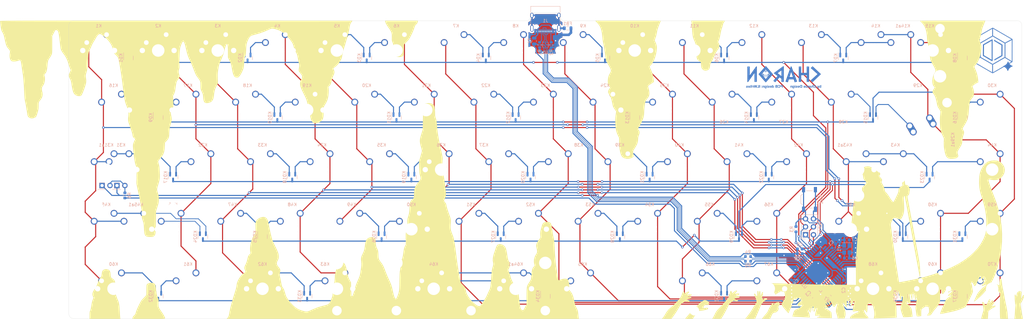
<source format=kicad_pcb>
(kicad_pcb (version 20211014) (generator pcbnew)
  (layers (0 "F.Cu" signal) (31 "B.Cu" signal) (34 "B.Paste" user) (35 "F.Paste" user) (36 "B.SilkS" user "B.Silkscreen") (37 "F.SilkS" user "F.Silkscreen") (38 "B.Mask" user) (39 "F.Mask" user) (44 "Edge.Cuts" user))
  (net 0 "")
  (net 1 "+5V")
  (net 2 "Earth")
  (net 3 "Net-(C6-Pad2)")
  (net 4 "Net-(F1-Pad1)")
  (net 5 "Net-(FB1-Pad1)")
  (net 6 "/MISO")
  (net 7 "/SCL")
  (net 8 "/MOSI")
  (net 9 "/RES")
  (net 10 "Net-(J1-PadA5)")
  (net 11 "/Dun+")
  (net 12 "/Dun-")
  (net 14 "Net-(J1-PadB5)")
  (net 16 "/col0")
  (net 17 "/col1")
  (net 18 "Net-(K2-Pad2)")
  (net 19 "/col2")
  (net 20 "/col3")
  (net 21 "Net-(K4-Pad2)")
  (net 22 "/col4")
  (net 23 "/col5")
  (net 24 "Net-(K6-Pad2)")
  (net 25 "/col6")
  (net 26 "/col7")
  (net 27 "Net-(K8-Pad2)")
  (net 28 "/col8")
  (net 29 "/col9")
  (net 30 "Net-(K10-Pad2)")
  (net 31 "/col10")
  (net 32 "/col11")
  (net 33 "Net-(K12-Pad2)")
  (net 34 "/col12")
  (net 35 "/col13")
  (net 36 "Net-(K14-Pad2)")
  (net 37 "/col14")
  (net 38 "Net-(K17-Pad2)")
  (net 39 "Net-(K19-Pad2)")
  (net 40 "Net-(K21-Pad2)")
  (net 41 "Net-(K23-Pad2)")
  (net 42 "Net-(K25-Pad2)")
  (net 43 "Net-(K27-Pad2)")
  (net 44 "Net-(K29-Pad1)")
  (net 45 "Net-(K30-Pad2)")
  (net 46 "Net-(K34-Pad2)")
  (net 47 "Net-(K36-Pad2)")
  (net 48 "Net-(K38-Pad2)")
  (net 49 "Net-(K40-Pad2)")
  (net 50 "Net-(K42-Pad2)")
  (net 51 "Net-(K44-Pad2)")
  (net 52 "Net-(K46-Pad2)")
  (net 53 "Net-(K50-Pad2)")
  (net 54 "Net-(K52-Pad2)")
  (net 55 "Net-(K54-Pad2)")
  (net 56 "Net-(K56-Pad2)")
  (net 57 "Net-(K58-Pad2)")
  (net 58 "Net-(K59-Pad2)")
  (net 59 "Net-(K61-Pad2)")
  (net 60 "Net-(K63-Pad2)")
  (net 61 "Net-(K69-Pad2)")
  (net 62 "Net-(K64-Pad1)")
  (net 63 "/row0")
  (net 64 "/row4")
  (net 65 "/D+")
  (net 66 "/MCUD+")
  (net 67 "/D-")
  (net 68 "/MCUD-")
  (net 69 "Net-(R6-Pad2)")
  (net 70 "Net-(K31-Pad1)")
  (net 72 "Net-(C7-Pad1)")
  (net 73 "Net-(C8-Pad2)")
  (net 77 "unconnected-(U2-Pad42)")
  (net 79 "Net-(K32-Pad2)")
  (net 80 "Net-(K48-Pad2)")
  (net 81 "Net-(K67-Pad2)")
  (net 82 "Net-(K1-Pad1)")
  (net 83 "Net-(K3-Pad1)")
  (net 84 "Net-(K7-Pad1)")
  (net 85 "Net-(K5-Pad1)")
  (net 86 "Net-(K9-Pad1)")
  (net 87 "Net-(K11-Pad1)")
  (net 88 "Net-(K13-Pad1)")
  (net 89 "Net-(K15-Pad1)")
  (net 90 "Net-(K16-Pad1)")
  (net 91 "Net-(K18-Pad1)")
  (net 92 "Net-(K20-Pad1)")
  (net 93 "Net-(K22-Pad1)")
  (net 94 "Net-(K24-Pad1)")
  (net 95 "Net-(K26-Pad1)")
  (net 96 "Net-(K28-Pad1)")
  (net 97 "Net-(K33-Pad1)")
  (net 98 "Net-(K35-Pad1)")
  (net 99 "Net-(K37-Pad1)")
  (net 100 "Net-(K39-Pad1)")
  (net 101 "Net-(K41-Pad1)")
  (net 102 "Net-(K43-Pad1)")
  (net 104 "Net-(K45-Pad1)")
  (net 105 "Net-(K47-Pad1)")
  (net 106 "Net-(K49-Pad1)")
  (net 107 "Net-(K51-Pad1)")
  (net 108 "Net-(K53-Pad1)")
  (net 109 "Net-(K55-Pad1)")
  (net 110 "Net-(K57-Pad1)")
  (net 111 "Net-(K60-Pad1)")
  (net 112 "Net-(K62-Pad1)")
  (net 115 "Net-(K65-Pad2)")
  (net 116 "Net-(K66-Pad1)")
  (net 117 "Net-(K68-Pad1)")
  (net 118 "Net-(K70-Pad2)")
  (net 119 "/CAPS_LED")
  (net 120 "Net-(R7-Pad1)")
  (footprint "keyboard_parts:SW_Cherry_MX_1.00u_PCB" (layer "F.Cu") (at 345.28125 134.540625)
    (fp_text reference "K70")
    (fp_text value "Key")
  )
  (footprint "keyboard_parts:SW_Cherry_MX_1.75u_PCB" (layer "F.Cu") (at 300.0375 115.490625)
    (fp_text reference "K57")
    (fp_text value "Key")
  )
  (footprint "keyboard_parts:SW_Cherry_MX_1.00u_PCB" (layer "F.Cu") (at 326.23125 115.490625)
    (fp_text reference "K58")
    (fp_text value "Key")
  )
  (footprint "keyboard_parts:Mx_Stab_225" (layer "F.Cu") (at 314.325 96.440625)
    (fp_text reference ">NAME" hide)
    (fp_text value ">VALUE" hide)
  )
  (footprint "keyboard_parts:SW_Cherry_MX_1.75u_PCB" (layer "F.Cu") (at 66.675 96.440625)
    (fp_text reference "K31")
    (fp_text value "Key")
  )
  (footprint "keyboard_parts:SW_Cherry_MX_1.00u_PCB" (layer "F.Cu") (at 302.41875 96.440625)
    (fp_text reference "K43a1")
    (fp_text value "Key")
  )
  (footprint "keyboard_parts:SW_Cherry_MX_1.00u_PCB" (layer "F.Cu") (at 173.83125 58.340625)
    (fp_text reference "K7")
    (fp_text value "Key")
  )
  (footprint "keyboard_parts:SW_Cherry_MX_1.00u_PCB" (layer "F.Cu") (at 140.49375 115.490625)
    (fp_text reference "K49")
    (fp_text value "Key")
  )
  (footprint "keyboard_parts:SW_Cherry_MX_7.00u_PCB_NoStab" (layer "F.Cu") (at 192.88125 134.540625)
    (fp_text reference "K64a1")
    (fp_text value "Key")
  )
  (footprint "keyboard_parts:SW_Cherry_MX_1.00u_PCB" (layer "F.Cu") (at 130.96875 96.440625)
    (fp_text reference "K34")
    (fp_text value "Key")
  )
  (footprint "keyboard_parts:SW_Cherry_MX_1.00u_PCB" (layer "F.Cu") (at 211.93125 58.340625)
    (fp_text reference "K9")
    (fp_text value "Key")
  )
  (footprint "keyboard_parts:SW_Cherry_MX_1.00u_PCB" (layer "F.Cu") (at 111.91875 96.440625)
    (fp_text reference "K33")
    (fp_text value "Key")
  )
  (footprint "LOGO" (layer "F.Cu") (at 201.13625 96.491425)
    (fp_text reference "G***" hide)
    (fp_text value "LOGO" hide)
  )
  (footprint "keyboard_parts:SW_Cherry_MX_1.00u_PCB" (layer "F.Cu") (at 273.84375 115.490625)
    (fp_text reference "K56")
    (fp_text value "Key")
  )
  (footprint "keyboard_parts:SW_Cherry_MX_1.00u_PCB" (layer "F.Cu") (at 235.74375 115.490625)
    (fp_text reference "K54")
    (fp_text value "Key")
  )
  (footprint "keyboard_parts:SW_Cherry_MX_1.00u_PCB" (layer "F.Cu") (at 192.88125 58.340625)
    (fp_text reference "K8")
    (fp_text value "Key")
  )
  (footprint "keyboard_parts:Mx_Stab_275" (layer "F.Cu") (at 214.3125 134.540625 180)
    (fp_text reference ">NAME" hide)
    (fp_text value ">VALUE" hide)
  )
  (footprint "keyboard_parts:SW_Cherry_MX_1.00u_PCB" (layer "F.Cu") (at 221.45625 77.390625)
    (fp_text reference "K24")
    (fp_text value "Key")
  )
  (footprint "keyboard_parts:SW_Cherry_MX_1.00u_PCB" (layer "F.Cu") (at 245.26875 96.440625)
    (fp_text reference "K40")
    (fp_text value "Key")
  )
  (footprint "keyboard_parts:SW_Cherry_MX_1.00u_PCB" (layer "F.Cu") (at 250.03125 58.340625)
    (fp_text reference "K11")
    (fp_text value "Key")
  )
  (footprint "keyboard_parts:SW_Cherry_MX_1.25u_PCB" (layer "F.Cu") (at 61.9125 96.440625)
    (fp_text reference "K31a1")
    (fp_text value "Key")
  )
  (footprint "keyboard_parts:SW_Cherry_MX_1.00u_PCB" (layer "F.Cu") (at 326.23125 58.340625)
    (fp_text reference "K15")
    (fp_text value "Key")
  )
  (footprint "keyboard_parts:SW_Cherry_MX_1.00u_PCB" (layer "F.Cu") (at 197.64375 115.490625)
    (fp_text reference "K52")
    (fp_text value "Key")
  )
  (footprint "keyboard_parts:SW_Cherry_MX_1.00u_PCB" (layer "F.Cu") (at 216.69375 115.490625)
    (fp_text reference "K53")
    (fp_text value "Key")
  )
  (footprint "keyboard_parts:SW_Cherry_MX_1.00u_PCB" (layer "F.Cu") (at 230.98125 58.340625)
    (fp_text reference "K10")
    (fp_text value "Key")
  )
  (footprint "keyboard_parts:SW_Cherry_MX_1.00u_PCB" (layer "F.Cu") (at 135.73125 134.540625)
    (fp_text reference "K63")
    (fp_text value "Key")
  )
  (footprint "keyboard_parts:SW_Cherry_MX_1.00u_PCB" (layer "F.Cu") (at 278.60625 77.390625)
    (fp_text reference "K27")
    (fp_text value "Key")
  )
  (footprint "keyboard_parts:SW_Cherry_MX_1.00u_PCB" (layer "F.Cu") (at 178.59375 115.490625)
    (fp_text reference "K51")
    (fp_text value "Key")
  )
  (footprint "keyboard_parts:SW_Cherry_MX_1.00u_PCB" (layer "F.Cu") (at 135.73125 58.340625)
    (fp_text reference "K5")
    (fp_text value "Key")
  )
  (footprint "keyboard_parts:SW_Cherry_MX_1.00u_PCB" (layer "F.Cu") (at 159.54375 115.490625)
    (fp_text reference "K50")
    (fp_text value "Key")
  )
  (footprint "keyboard_parts:SW_Cherry_MX_1.00u_PCB" (layer "F.Cu") (at 264.31875 96.440625)
    (fp_text reference "K41")
    (fp_text value "Key")
  )
  (footprint "keyboard_parts:SW_Cherry_MX_1.00u_PCB" (layer "F.Cu") (at 88.10625 77.390625)
    (fp_text reference "K17")
    (fp_text value "Key")
  )
  (footprint "keyboard_parts:SW_Cherry_MX_1.00u_PCB" (layer "F.Cu") (at 207.16875 96.440625)
    (fp_text reference "K38")
    (fp_text value "Key")
  )
  (footprint "keyboard_parts:SW_Cherry_MX_2.25u_PCB_NoStab" (layer "F.Cu") (at 166.6875 134.540625)
    (fp_text reference "K64")
    (fp_text value "Key")
  )
  (footprint "keyboard_parts:SW_Cherry_MX_1.00u_PCB" (layer "F.Cu") (at 126.20625 77.390625)
    (fp_text reference "K19")
    (fp_text value "Key")
  )
  (footprint "keyboard_parts:SW_Cherry_MX_1.00u_PCB" (layer "F.Cu") (at 323.85 86.915625)
    (fp_text reference "K29a1")
    (fp_text value "Key")
  )
  (footprint "keyboard_parts:SW_Cherry_MX_1.00u_PCB" (layer "F.Cu") (at 97.63125 58.340625)
    (fp_text reference "K3")
    (fp_text value "Key")
  )
  (footprint "keyboard_parts:SW_Cherry_MX_1.50u_PCB" (layer "F.Cu") (at 321.46875 77.390625 180)
    (fp_text reference "K29")
    (fp_text value "Key")
  )
  (footprint "keyboard_parts:SW_Cherry_MX_1.00u_PCB" (layer "F.Cu") (at 116.68125 58.340625)
    (fp_text reference "K4")
    (fp_text value "Key")
  )
  (footprint "keyboard_parts:SW_Cherry_MX_1.00u_PCB" (layer "F.Cu") (at 188.11875 96.440625)
    (fp_text reference "K37")
    (fp_text value "Key")
  )
  (footprint "keyboard_parts:Mx_Stab_ISO_Inverted" (layer "F.Cu") (at 323.85 86.915625)
    (fp_text reference "REF**" hide)
    (fp_text value "Mx_Stab_ISO_Inverted")
  )
  (footprint "keyboard_parts:MXStab_7.00u" (layer "F.Cu") (at 192.88125 134.540625 180)
    (fp_text reference "REF**" hide)
    (fp_text value "MXStab_7.00u")
  )
  (footprint "keyboard_parts:SW_Cherry_MX_1.00u_PCB" (layer "F.Cu") (at 202.40625 77.390625)
    (fp_text reference "K23")
    (fp_text value "Key")
  )
  (footprint "keyboard_parts:SW_Cherry_MX_1.00u_PCB" (layer "F.Cu") (at 92.86875 96.440625)
    (fp_text reference "K32")
    (fp_text value "Key")
  )
  (footprint "keyboard_parts:SW_Cherry_MX_1.00u_PCB" (layer "F.Cu") (at 259.55625 77.390625)
    (fp_text reference "K26")
    (fp_text value "Key")
  )
  (footprint "keyboard_parts:Mx_Stab_225" (layer "F.Cu") (at 166.6875 134.540625 180)
    (fp_text reference ">NAME" hide)
    (fp_text value ">VALUE" hide)
  )
  (footprint "keyboard_parts:SW_Cherry_MX_1.00u_PCB" (layer "F.Cu") (at 107.15625 77.390625)
    (fp_text reference "K18")
    (fp_text value "Key")
  )
  (footprint "keyboard_parts:SW_Cherry_MX_1.00u_PCB" (layer "F.Cu") (at 183.35625 77.390625)
    (fp_text reference "K22")
    (fp_text value "Key")
  )
  (footprint "keyboard_parts:SW_Cherry_MX_1.00u_PCB" (layer "F.Cu") (at 154.78125 58.340625)
    (fp_text reference "K6")
    (fp_text value "Key")
  )
  (footprint "keyboard_parts:SW_Cherry_MX_1.00u_PCB" (layer "F.Cu") (at 283.36875 96.440625)
    (fp_text reference "K42")
    (fp_text value "Key")
  )
  (footprint "keyboard_parts:SW_Cherry_MX_2.75u_PCB_NoStab" (layer "F.Cu") (at 214.3125 134.540625)
    (fp_text reference "K65")
    (fp_text value "Key")
  )
  (footprint "keyboard_parts:SW_Cherry_MX_1.00u_PCB" (layer "F.Cu") (at 345.28125 77.390625)
    (fp_text reference "K30")
    (fp_text value "Key")
  )
  (footprint "keyboard_parts:SW_Cherry_MX_1.00u_PCB" (layer "F.Cu") (at 269.08125 58.340625)
    (fp_text reference "K12")
    (fp_text value "Key")
  )
  (footprint "keyboard_parts:SW_Cherry_MX_1.00u_PCB" (layer "F.Cu") (at 145.25625 77.390625)
    (fp_text reference "K20")
    (fp_text value "Key")
  )
  (footprint "keyboard_parts:SW_Cherry_MX_1.00u_PCB" (layer "F.Cu") (at 121.44375 115.490625)
    (fp_text reference "K48")
    (fp_text value "Key")
  )
  (footprint "keyboard_parts:SW_Cherry_MX_1.00u_PCB" (layer "F.Cu") (at 326.23125 134.540625)
    (fp_text reference "K69")
    (fp_text value "Key")
  )
  (footprint "keyboard_parts:SW_Cherry_MX_1.25u_PCB" (layer "F.Cu") (at 61.9125 115.490625)
    (fp_text reference "K45")
    (fp_text value "Key")
  )
  (footprint "keyboard_parts:SW_Cherry_MX_1.00u_PCB" (layer "F.Cu") (at 288.13125 58.340625)
    (fp_text reference "K13")
    (fp_text value "Key")
  )
  (footprint "keyboard_parts:SW_Cherry_MX_1.00u_PCB" (layer "F.Cu") (at 88.10625 134.540625)
    (fp_text reference "K61")
    (fp_text value "Key")
  )
  (footprint "keyboard_parts:SW_Cherry_MX_1.00u_PCB" (layer "F.Cu") (at 314.325 96.440625)
    (fp_text reference "K43")
    (fp_text value "Key")
  )
  (footprint "keyboard_parts:SW_Cherry_MX_1.00u_PCB" (layer "F.Cu") (at 102.39375 115.490625)
    (fp_text reference "K47")
    (fp_text value "Key")
  )
  (footprint "keyboard_parts:SW_Cherry_MX_1.00u_PCB" (layer "F.Cu") (at 297.65625 77.390625)
    (fp_text reference "K28")
    (fp_text value "Key")
  )
  (footprint "keyboard_parts:SW_Cherry_MX_1.00u_PCB" (layer "F.Cu") (at 169.06875 96.440625)
    (fp_text reference "K36")
    (fp_text value "Key")
  )
  (footprint "keyboard_parts:SW_Cherry_MX_1.00u_PCB" (layer "F.Cu") (at 226.21875 96.440625)
    (fp_text reference "K39")
    (fp_text value "Key")
  )
  (footprint "keyboard_parts:SW_Cherry_MX_1.50u_PCB" (layer "F.Cu") (at 111.91875 134.540625)
    (fp_text reference "K62")
    (fp_text value "Key")
  )
  (footprint "keyboard_parts:SW_Cherry_MX_1.00u_PCB" (layer "F.Cu") (at 345.28125 115.490625)
    (fp_text reference "K59")
    (fp_text value "Key")
  )
  (footprint "keyboard_parts:SW_Cherry_MX_1.50u_PCB" (layer "F.Cu") (at 64.29375 134.540625)
    (fp_text reference "K60")
    (fp_text value "Key")
  )
  (footprint "keyboard_parts:SW_Cherry_MX_1.50u_PCB" (layer "F.Cu") (at 273.84375 134.540625)
    (fp_text reference "K67")
    (fp_text value "Key")
  )
  (footprint "keyboard_parts:SW_Cherry_MX_1.00u_PCB" (layer "F.Cu") (at 345.28125 96.440625)
    (fp_text reference "K44")
    (fp_text value "Key")
  )
  (footprint "keyboard_parts:SW_Cherry_MX_1.00u_PCB" (layer "F.Cu") (at 59.53125 58.340625)
    (fp_text reference "K1")
    (fp_text value "Key")
  )
  (footprint "keyboard_parts:SW_Cherry_MX_1.00u_PCB" (layer "F.Cu") (at 83.34375 115.490625)
    (fp_text reference "K46")
    (fp_text value "Key")
  )
  (footprint "keyboard_parts:SW_Cherry_MX_1.00u_PCB" (layer "F.Cu") (at 254.79375 115.490625)
    (fp_text reference "K55")
    (fp_text value "Key")
  )
  (footprint "keyboard_parts:SW_Cherry_MX_1.00u_PCB" (layer "F.Cu") (at 164.30625 77.390625)
    (fp_text reference "K21")
    (fp_text value "Key")
  )
  (footprint "keyboard_parts:SW_Cherry_MX_1.00u_PCB" (layer "F.Cu") (at 307.18125 134.540625)
    (fp_text reference "K68")
    (fp_text value "Key")
  )
  (footprint "keyboard_parts:SW_Cherry_MX_1.00u_PCB" (layer "F.Cu") (at 250.03125 134.540625)
    (fp_text reference "K66")
    (fp_text value "Key")
  )
  (footprint "keyboard_parts:SW_Cherry_MX_1.50u_PCB" (layer "F.Cu") (at 64.29375 77.390625)
    (fp_text reference "K16")
    (fp_text value "Key")
  )
  (footprint "keyboard_parts:SW_Cherry_MX_1.00u_PCB" (layer "F.Cu") (at 78.58125 58.340625)
    (fp_text reference "K2")
    (fp_text value "Key")
  )
  (footprint "keyboard_parts:SW_Cherry_MX_2.25u_PCB" (layer "F.Cu") (at 71.4375 115.490625)
    (fp_text reference "K45a1")
    (fp_text value "Key")
  )
  (footprint "keyboard_parts:SW_Cherry_MX_1.00u_PCB" (layer "F.Cu") (at 150.01875 96.440625)
    (fp_text reference "K35")
    (fp_text value "Key")
  )
  (footprint "keyboard_parts:SW_Cherry_MX_1.00u_PCB" (layer "F.Cu") (at 307.18125 58.340625)
    (fp_text reference "K14")
    (fp_text value "Key")
  )
  (footprint "keyboard_parts:SW_Cherry_MX_2.00u_PCB" (layer "F.Cu") (at 316.70625 58.340625)
    (fp_text reference "K14a1")
    (fp_text value "Key")
  )
  (footprint "keyboard_parts:SW_Cherry_MX_1.00u_PCB" (layer "F.Cu") (at 240.50625 77.390625)
    (fp_text reference "K25")
    (fp_text value "Key")
  )
  (footprint "LOGO" (layer "B.Cu") (at 278.60625 66.913125 180)
    (fp_text reference "G***" hide)
    (fp_text value "LOGO" hide)
  )
  (footprint "Crystal:Crystal_SMD_3225-4Pin_3.2x2.5mm" (layer "B.Cu") (at 298.79925 121.840625 -90)
    (fp_text reference "Y1")
    (fp_text value "16MHz")
  )
  (footprint "Connector_USB:USB_C_Receptacle_HRO_TYPE-C-31-M-12" (layer "B.Cu") (at 202.40625 48.14)
    (fp_text reference "J1")
    (fp_text value "USB_C_Receptacle_USB2.0")
  )
  (footprint "Package_TO_SOT_SMD:SOT-23" (layer "B.Cu") (at 111.91875 117.871875 -90)
    (fp_text reference "KD25")
    (fp_text value "BAV70")
  )
  (footprint "LOGO" (layer "B.Cu") (at 344.32875 58.340625 180)
    (fp_text reference "G***" hide)
    (fp_text value "LOGO" hide)
  )
  (footprint "Package_TO_SOT_SMD:SOT-23" (layer "B.Cu") (at 69.05625 60.721875 -90)
    (fp_text reference "KD1")
    (fp_text value "BAV70")
  )
  (footprint "Button_Switch_SMD:SW_SPST_TL3342" (layer "B.Cu") (at 286.86625 105.980625 90)
    (fp_text reference "SW1")
    (fp_text value "SW_Push")
  )
  (footprint "Package_TO_SOT_SMD:SOT-23" (layer "B.Cu") (at 335.75625 117.871875 -90)
    (fp_text reference "KD31")
    (fp_text value "BAV70")
  )
  (footprint "Package_TO_SOT_SMD:SOT-23" (layer "B.Cu") (at 188.11875 117.871875 -90)
    (fp_text reference "KD27")
    (fp_text value "BAV70")
  )
  (footprint "Package_TO_SOT_SMD:SOT-23" (layer "B.Cu") (at 183.35625 60.721875 -90)
    (fp_text reference "KD4")
    (fp_text value "BAV70")
  )
  (footprint "Resistor_SMD:R_0603_1608Metric" (layer "B.Cu") (at 267.208 124.221875)
    (fp_text reference "R4")
    (fp_text value "22")
  )
  (footprint "Capacitor_SMD:C_0603_1608Metric" (layer "B.Cu") (at 297.78325 132.635625 -90)
    (fp_text reference "C2")
    (fp_text value "0.1u")
  )
  (footprint "Package_TO_SOT_SMD:SOT-23" (layer "B.Cu") (at 159.54375 98.821875 -90)
    (fp_text reference "KD19")
    (fp_text value "BAV70")
  )
  (footprint "Package_TO_SOT_SMD:SOT-23" (layer "B.Cu") (at 325.27875 98.821875 -90)
    (fp_text reference "KD23")
    (fp_text value "BAV70")
  )
  (footprint "Package_TO_SOT_SMD:SOT-23" (layer "B.Cu") (at 192.88125 79.771875 -90)
    (fp_text reference "KD12")
    (fp_text value "BAV70")
  )
  (footprint "Package_QFP:TQFP-44_10x10mm_P0.8mm" (layer "B.Cu") (at 290.41725 128.317625 -45)
    (fp_text reference "U2")
    (fp_text value "ATmega32U4-A")
  )
  (footprint "Package_TO_SOT_SMD:SOT-23" (layer "B.Cu") (at 316.70625 136.921875 -90)
    (fp_text reference "KD36")
    (fp_text value "BAV70")
  )
  (footprint "Package_TO_SOT_SMD:SOT-23" (layer "B.Cu") (at 154.78125 79.771875 -90)
    (fp_text reference "KD11")
    (fp_text value "BAV70")
  )
  (footprint "Inductor_SMD:L_0805_2012Metric" (layer "B.Cu") (at 209.51825 51.228625)
    (fp_text reference "FB1")
    (fp_text value "FerriteBead_Small")
  )
  (footprint "Package_TO_SOT_SMD:SOT-23" (layer "B.Cu") (at 78.58125 136.921875 -90)
    (fp_text reference "KD32")
    (fp_text value "BAV70")
  )
  (footprint "Resistor_SMD:R_0603_1608Metric" (layer "B.Cu") (at 204.2668 56.554735 -90)
    (fp_text reference "R2")
    (fp_text value "5.1k")
  )
  (footprint "Package_TO_SOT_SMD:SOT-23" (layer "B.Cu") (at 92.86875 117.871875 -90)
    (fp_text reference "KD24")
    (fp_text value "BAV70")
  )
  (footprint "Package_TO_SOT_SMD:SOT-23" (layer "B.Cu") (at 226.21875 117.871875 -90)
    (fp_text reference "KD28")
    (fp_text value "BAV70")
  )
  (footprint "Package_TO_SOT_SMD:SOT-23" (layer "B.Cu") (at 145.25625 60.721875 -90)
    (fp_text reference "KD3")
    (fp_text value "BAV70")
  )
  (footprint "Package_TO_SOT_SMD:SOT-23" (layer "B.Cu") (at 150.01875 117.871875 -90)
    (fp_text reference "KD26")
    (fp_text value "BAV70")
  )
  (footprint "Resistor_SMD:R_0603_1608Metric" (layer "B.Cu") (at 267.208 125.745875)
    (fp_text reference "R5")
    (fp_text value "22")
  )
  (footprint "LOGO" (layer "B.Cu") (at 344.32875 58.340625 180)
    (fp_text reference "G***" hide)
    (fp_text value "LOGO" hide)
  )
  (footprint "Package_TO_SOT_SMD:SOT-23" (layer "B.Cu") (at 335.75625 136.921875 -90)
    (fp_text reference "KD37")
    (fp_text value "BAV70")
  )
  (footprint "Fuse:Fuse_0805_2012Metric" (layer "B.Cu") (at 198.8312 55.3212 -90)
    (fp_text reference "F1")
    (fp_text value "Fuse_Small")
  )
  (footprint "Connector_PinSocket_2.54mm:PinSocket_2x01_P2.54mm_Vertical" (layer "B.Cu") (at 60.6225 101.520625 180)
    (fp_text reference "LED1" hide)
    (fp_text value "LED")
  )
  (footprint "Package_TO_SOT_SMD:SOT-23" (layer "B.Cu") (at 221.45625 60.721875 -90)
    (fp_text reference "KD5")
    (fp_text value "BAV70")
  )
  (footprint "Capacitor_SMD:C_0603_1608Metric" (layer "B.Cu") (at 294.648258 120.911617 45)
    (fp_text reference "C1")
    (fp_text value "0.1u")
  )
  (footprint "Package_TO_SOT_SMD:SOT-23" (layer "B.Cu") (at 107.15625 60.721875 -90)
    (fp_text reference "KD2")
    (fp_text value "BAV70")
  )
  (footprint "Resistor_SMD:R_0603_1608Metric" (layer "B.Cu") (at 293.33825 137.080625 -45)
    (fp_text reference "R7")
    (fp_text value "10k")
  )
  (footprint "Resistor_SMD:R_0603_1608Metric" (layer "B.Cu") (at 200.5584 56.554735 -90)
    (fp_text reference "R1")
    (fp_text value "5.1k")
  )
  (footprint "Connector_PinHeader_2.54mm:PinHeader_2x03_P2.54mm_Vertical" (layer "B.Cu") (at 285.59125 117.268625)
    (fp_text reference "ISP1")
    (fp_text value "ISP_Header")
  )
  (footprint "Package_TO_SOT_SMD:SOT-23" (layer "B.Cu") (at 116.68125 79.771875 -90)
    (fp_text reference "KD10")
    (fp_text value "BAV70")
  )
  (footprint "Capacitor_SMD:C_0603_1608Metric" (layer "B.Cu") (at 298.79925 124.761625 180)
    (fp_text reference "C6")
    (fp_text value "22pF")
  )
  (footprint "Capacitor_SMD:C_0603_1608Metric" (layer "B.Cu") (at 283.74975 121.808875 180)
    (fp_text reference "C5")
    (fp_text value "4.7u")
  )
  (footprint "Package_TO_SOT_SMD:SOT-23" (layer "B.Cu") (at 83.34375 98.821875 -90)
    (fp_text reference "KD17")
    (fp_text value "BAV70")
  )
  (footprint "Capacitor_SMD:C_0603_1608Metric" (layer "B.Cu") (at 298.79925 118.919625 180)
    (fp_text reference "C7")
    (fp_text value "22pF")
  )
  (footprint "Package_TO_SOT_SMD:SOT-23" (layer "B.Cu") (at 235.74375 98.821875 -90)
    (fp_text reference "KD21")
    (fp_text value "BAV70")
  )
  (footprint "Package_TO_SOT_SMD:SOT-23" (layer "B.Cu") (at 126.20625 136.921875 -90)
    (fp_text reference "KD33")
    (fp_text value "BAV70")
  )
  (footprint "Package_TO_SOT_SMD:SOT-23" (layer "B.Cu") (at 269.08125 79.771875 -90)
    (fp_text reference "KD14")
    (fp_text value "BAV70")
  )
  (footprint "Package_TO_SOT_SMD:SOT-23" (layer "B.Cu") (at 259.55625 60.721875 -90)
    (fp_text reference "KD6")
    (fp_text value "BAV70")
  )
  (footprint "Package_TO_SOT_SMD:SOT-23" (layer "B.Cu") (at 335.75625 79.771875 -90)
    (fp_text reference "KD16")
    (fp_text value "BAV70")
  )
  (footprint "Package_TO_SOT_SMD:SOT-23" (layer "B.Cu") (at 121.44375 98.821875 -90)
    (fp_text reference "KD18")
    (fp_text value "BAV70")
  )
  (footprint "Package_TO_SOT_SMD:SOT-23" (layer "B.Cu") (at 259.55625 136.921875 -90)
    (fp_text reference "KD35")
    (fp_text value "BAV70")
  )
  (footprint "LOGO" (layer "B.Cu") (at 278.60625 66.913125 180)
    (fp_text reference "G***" hide)
    (fp_text value "LOGO" hide)
  )
  (footprint "Package_TO_SOT_SMD:SOT-23" (layer "B.Cu") (at 335.75625 60.721875 -90)
    (fp_text reference "KD8")
    (fp_text value "BAV70")
  )
  (footprint "Package_TO_SOT_SMD:SOT-23" (layer "B.Cu") (at 316.70625 117.871875 -90)
    (fp_text reference "KD30")
    (fp_text value "BAV70")
  )
  (footprint "Capacitor_SMD:C_0603_1608Metric" (layer "B.Cu") (at 287.49625 137.080625 -135)
    (fp_text reference "C3")
    (fp_text value "0.1u")
  )
  (footprint "Package_TO_SOT_SMD:SOT-23" (layer "B.Cu") (at 230.98125 79.771875 -90)
    (fp_text reference "KD13")
    (fp_text value "BAV70")
  )
  (footprint "Resistor_SMD:R_0603_1608Metric" (layer "B.Cu") (at 67.925 104.695625 90)
    (fp_text reference "R6")
    (fp_text value "1k")
  )
  (footprint "Package_TO_SOT_SMD:SOT-23" (layer "B.Cu") (at 78.58125 79.771875 -90)
    (fp_text reference "KD9")
    (fp_text value "BAV70")
  )
  (footprint "Resistor_SMD:R_0603_1608Metric" (layer "B.Cu") (at 282.54325 115.490625 90)
    (fp_text reference "R3")
    (fp_text value "10k")
  )
  (footprint "Package_TO_SOT_SMD:SOT-23" (layer "B.Cu") (at 202.40625 136.921875 -90)
    (fp_text reference "KD34")
    (fp_text value "BAV70")
  )
  (footprint "Package_TO_SOT_SMD:SOT-23" (layer "B.Cu") (at 273.84375 98.821875 -90)
    (fp_text reference "KD22")
    (fp_text value "BAV70")
  )
  (footprint "Package_TO_SOT_SMD:SOT-23" (layer "B.Cu") (at 197.64375 98.821875 -90)
    (fp_text reference "KD20")
    (fp_text value "BAV70")
  )
  (footprint "Capacitor_SMD:C_0603_1608Metric" (layer "B.Cu") (at 283.74975 123.317)
    (fp_text reference "C8")
    (fp_text value "1u")
  )
  (footprint "Connector_PinSocket_2.54mm:PinSocket_2x01_P2.54mm_Vertical" (layer "B.Cu") (at 65.385 101.520625 180)
    (fp_text reference "LED1a1" hide)
    (fp_text value "LED")
  )
  (footprint "Package_TO_SOT_SMD:SOT-23" (layer "B.Cu") (at 297.65625 60.721875 -90)
    (fp_text reference "KD7")
    (fp_text value "BAV70")
  )
  (footprint "Package_TO_SOT_SMD:SOT-23" (layer "B.Cu") (at 307.18125 79.771875 -90)
    (fp_text reference "KD15")
    (fp_text value "BAV70")
  )
  (footprint "Package_TO_SOT_SMD:SOT-666" (layer "B.Cu") (at 202.40642 56.554735 -90)
    (fp_text reference "U1")
    (fp_text value "USBLC6-2P6")
  )
  (footprint "Package_TO_SOT_SMD:SOT-23" (layer "B.Cu") (at 264.31875 117.871875 -90)
    (fp_text reference "KD29")
    (fp_text value "BAV70")
  )
  (footprint "Capacitor_SMD:C_0603_1608Metric" (layer "B.Cu") (at 281.606625 131.175125 -135)
    (fp_text reference "C4")
    (fp_text value "0.1u")
  )
  (gr_line (start 354.80625 50.315625) (end 354.80625 142.565625) (layer "Edge.Cuts") (width 0.05))
  (gr_arc (start 51.50625 144.065625) (mid 50.44559 143.626285) (end 50.00625 142.565625) (layer "Edge.Cuts") (width 0.05))
  (gr_arc (start 208.30625 48.815625) (mid 207.599143 48.522732) (end 207.30625 47.815625) (layer "Edge.Cuts") (width 0.05))
  (gr_arc (start 197.50625 47.815625) (mid 197.213357 48.522732) (end 196.50625 48.815625) (layer "Edge.Cuts") (width 0.05))
  (gr_arc (start 197.50625 46.715625) (mid 197.652697 46.362072) (end 198.00625 46.215625) (layer "Edge.Cuts") (width 0.05))
  (gr_line (start 197.50625 47.815625) (end 197.50625 46.715625) (layer "Edge.Cuts") (width 0.05))
  (gr_line (start 50.00625 142.565625) (end 50.00625 50.315625) (layer "Edge.Cuts") (width 0.05))
  (gr_arc (start 50.00625 50.315625) (mid 50.44559 49.254965) (end 51.50625 48.815625) (layer "Edge.Cuts") (width 0.05))
  (gr_line (start 208.30625 48.815625) (end 353.30625 48.815625) (layer "Edge.Cuts") (width 0.05))
  (gr_line (start 353.30625 144.065625) (end 51.50625 144.065625) (layer "Edge.Cuts") (width 0.05))
  (gr_line (start 207.30625 46.715625) (end 207.30625 47.815625) (layer "Edge.Cuts") (width 0.05))
  (gr_line (start 198.00625 46.215625) (end 206.80625 46.215625) (layer "Edge.Cuts") (width 0.05))
  (gr_arc (start 354.80625 142.565625) (mid 354.36691 143.626285) (end 353.30625 144.065625) (layer "Edge.Cuts") (width 0.05))
  (gr_line (start 51.50625 48.815625) (end 196.50625 48.815625) (layer "Edge.Cuts") (width 0.05))
  (gr_arc (start 206.80625 46.215625) (mid 207.159803 46.362072) (end 207.30625 46.715625) (layer "Edge.Cuts") (width 0.05))
  (gr_arc (start 353.30625 48.815625) (mid 354.36691 49.254965) (end 354.80625 50.315625) (layer "Edge.Cuts") (width 0.05))
  (segment (start 288.13125 120.062625) (end 288.13125 117.268625) (width 0.35) (layer "F.Cu") (net 1))
  (segment (start 284.3025 121.586625) (end 286.60725 121.586625) (width 0.35) (layer "F.Cu") (net 1))
  (segment (start 282.54325 119.827375) (end 284.3025 121.586625) (width 0.35) (layer "F.Cu") (net 1))
  (segment (start 286.60725 121.586625) (end 288.13125 120.062625) (width 0.35) (layer "F.Cu") (net 1))
  (via (at 282.54325 119.827375) (size 0.8) (drill 0.4) (layers "F.Cu" "B.Cu") (net 1))
  (segment (start 201.70673 61.273305) (end 201.70673 65.774127) (width 0.35) (layer "B.Cu") (net 1))
  (segment (start 297.78325 131.158142) (end 297.78325 131.860625) (width 0.35) (layer "B.Cu") (net 1))
  (segment (start 198.8312 57.076975) (end 199.39 57.635775) (width 0.35) (layer "B.Cu") (net 1))
  (segment (start 294.145845 130.245884) (end 294.145845 128.698625) (width 0.35) (layer "B.Cu") (net 1))
  (segment (start 268.557375 126.65075) (end 269.524729 125.683396) (width 0.35) (layer "B.Cu") (net 1))
  (segment (start 285.27375 127.804271) (end 283.558314 129.519707) (width 0.35) (layer "B.Cu") (net 1))
  (segment (start 288.13125 124.946771) (end 288.13125 124.888625) (width 0.35) (layer "B.Cu") (net 1))
  (segment (start 294.10025 121.459625) (end 293.881137 121.459625) (width 0.3) (layer "B.Cu") (net 1))
  (segment (start 201.995135 56.554735) (end 199.963135 56.554735) (width 0.3) (layer "B.Cu") (net 1))
  (segment (start 204.497747 68.565144) (end 209.260247 68.565144) (width 0.35) (layer "B.Cu") (net 1))
  (segment (start 218.785248 106.665145) (end 242.597748 106.665145) (width 0.35) (layer "B.Cu") (net 1))
  (segment (start 254.472249 125.683396) (end 264.811895 125.683395) (width 0.35) (layer "B.Cu") (net 1))
  (segment (start 282.154633 130.627117) (end 282.450904 130.627117) (width 0.35) (layer "B.Cu") (net 1))
  (segment (start 201.70673 65.774127) (end 204.497747 68.565144) (width 0.35) (layer "B.Cu") (net 1))
  (segment (start 199.39 58.956575) (end 201.70673 61.273305) (width 0.35) (layer "B.Cu") (net 1))
  (segment (start 283.257538 125.683396) (end 284.124 126.549858) (width 0.35) (layer "B.Cu") (net 1))
  (segment (start 199.6671 56.2587) (end 198.8312 56.2587) (width 0.3) (layer "B.Cu") (net 1))
  (segment (start 288.044258 136.347471) (end 289.215168 135.176561) (width 0.35) (layer "B.Cu") (net 1))
  (segment (start 289.215168 135.176561) (end 294.145845 130.245884) (width 0.35) (layer "B.Cu") (net 1))
  (segment (start 286.964056 123.721431) (end 286.952427 123.721431) (width 0.35) (layer "B.Cu") (net 1))
  (segment (start 242.597748 106.665145) (end 244.56923 108.636627) (width 0.35) (layer "B.Cu") (net 1))
  (segment (start 199.39 57.635775) (end 199.39 58.956575) (width 0.35) (layer "B.Cu") (net 1))
  (segment (start 293.881137 121.459625) (end 292.750702 122.59006) (width 0.3) (layer "B.Cu") (net 1))
  (segment (start 288.044258 136.532617) (end 288.044258 136.347471) (width 0.35) (layer "B.Cu") (net 1))
  (segment (start 285.27375 127.699608) (end 284.124 126.549858) (width 0.35) (layer "B.Cu") (net 1))
  (segment (start 209.260247 68.565144) (end 211.23173 70.536627) (width 0.35) (layer "B.Cu") (net 1))
  (segment (start 288.13125 124.888625) (end 286.964056 123.721431) (width 0.35) (layer "B.Cu") (net 1))
  (segment (start 269.524729 125.683396) (end 283.257538 125.683396) (width 0.35) (layer "B.Cu") (net 1))
  (segment (start 215.99423 103.874127) (end 218.785248 106.665145) (width 0.35) (layer "B.Cu") (net 1))
  (segment (start 215.99423 89.586627) (end 215.99423 103.874127) (width 0.35) (layer "B.Cu") (net 1))
  (segment (start 211.23173 70.536627) (end 211.23173 84.824127) (width 0.35) (layer "B.Cu") (net 1))
  (segment (start 198.8312 56.2587) (end 198.8312 57.076975) (width 0.35) (layer "B.Cu") (net 1))
  (segment (start 290.393991 124.946771) (end 292.750702 122.59006) (width 0.35) (layer "B.Cu") (net 1))
  (segment (start 285.27375 127.804271) (end 288.13125 124.946771) (width 0.35) (layer "B.Cu") (net 1))
  (segment (start 264.811895 125.683395) (end 265.77925 126.65075) (width 0.35) (layer "B.Cu") (net 1))
  (segment (start 286.952427 123.721431) (end 285.039871 121.808875) (width 0.35) (layer "B.Cu") (net 1))
  (segment (start 202.40642 56.96602) (end 201.995135 56.554735) (width 0.3) (layer "B.Cu") (net 1))
  (segment (start 284.52475 121.808875) (end 282.54325 119.827375) (width 0.35) (layer "B.Cu") (net 1))
  (segment (start 285.039871 121.808875) (end 284.52475 121.808875) (width 0.35) (layer "B.Cu") (net 1))
  (segment (start 199.963135 56.554735) (end 199.6671 56.2587) (width 0.3) (layer "B.Cu") (net 1))
  (segment (start 282.54325 119.827375) (end 282.54325 116.315625) (width 0.35) (layer "B.Cu") (net 1))
  (segment (start 288.13125 124.946771) (end 290.393991 124.946771) (width 0.35) (layer "B.Cu") (net 1))
  (segment (start 265.77925 126.65075) (end 268.557375 126.65075) (width 0.35) (layer "B.Cu") (net 1))
  (segment (start 295.323733 128.698625) (end 296.7105 130.085392) (width 0.35) (layer "B.Cu") (net 1))
  (segment (start 202.40642 57.479735) (end 202.40642 56.96602) (width 0.3) (layer "B.Cu") (net 1))
  (segment (start 244.56923 108.636627) (end 244.569231 115.780378) (width 0.35) (layer "B.Cu") (net 1))
  (segment (start 211.23173 84.824127) (end 215.99423 89.586627) (width 0.35) (layer "B.Cu") (net 1))
  (segment (start 285.27375 127.804271) (end 285.27375 127.699608) (width 0.35) (layer "B.Cu") (net 1))
  (segment (start 244.569231 115.780378) (end 254.472249 125.683396) (width 0.35) (layer "B.Cu") (net 1))
  (segment (start 294.145845 128.698625) (end 295.323733 128.698625) (width 0.35) (layer "B.Cu") (net 1))
  (segment (start 282.450904 130.627117) (end 283.558314 129.519707) (width 0.35) (layer "B.Cu") (net 1))
  (segment (start 290.393991 124.946771) (end 294.145845 128.698625) (width 0.35) (layer "B.Cu") (net 1))
  (segment (start 296.7105 130.085392) (end 297.78325 131.158142) (width 0.35) (layer "B.Cu") (net 1))
  (segment (start 201.97445 58.899425) (end 205.654275 55.2196) (width 0.35) (layer "F.Cu") (net 2))
  (segment (start 205.654275 55.2196) (end 205.65625 55.2196) (width 0.35) (layer "F.Cu") (net 2))
  (segment (start 201.48175 58.899425) (end 201.97445 58.899425) (width 0.35) (layer "F.Cu") (net 2))
  (segment (start 219.077847 104.661028) (end 219.04325 104.695625) (width 0.35) (layer "F.Cu") (net 2))
  (segment (start 219.04325 104.695625) (end 214.21725 104.695625) (width 0.35) (layer "F.Cu") (net 2))
  (segment (start 197.5104 55.2196) (end 205.65625 55.2196) (width 0.35) (layer "F.Cu") (net 2))
  (via (at 290.41725 136.318625) (size 0.8) (drill 0.4) (layers "F.Cu" "B.Cu") (net 2))
  (via (at 290.41725 123.110625) (size 0.8) (drill 0.4) (layers "F.Cu" "B.Cu") (net 2))
  (via (at 285.84525 129.460625) (size 0.8) (drill 0.4) (layers "F.Cu" "B.Cu") (net 2))
  (via (at 296.51325 123.999625) (size 0.8) (drill 0.4) (layers "F.Cu" "B.Cu") (net 2))
  (via (at 214.21725 104.695625) (size 0.8) (drill 0.4) (layers "F.Cu" "B.Cu") (net 2))
  (via (at 296.38625 118.919625) (size 0.8) (drill 0.4) (layers "F.Cu" "B.Cu") (net 2))
  (via (at 301.59325 122.983625) (size 0.8) (drill 0.4) (layers "F.Cu" "B.Cu") (net 2))
  (via (at 197.5104 55.2196) (size 0.8) (drill 0.4) (layers "F.Cu" "B.Cu") (net 2))
  (via (at 301.59325 121.459625) (size 0.8) (drill 0.4) (layers "F.Cu" "B.Cu") (net 2))
  (via (at 301.59325 118.284625) (size 0.8) (drill 0.4) (layers "F.Cu" "B.Cu") (net 2))
  (via (at 278.73325 123.872625) (size 0.8) (drill 0.4) (layers "F.Cu" "B.Cu") (net 2))
  (via (at 298.20625 128.315625) (size 0.8) (drill 0.4) (layers "F.Cu" "B.Cu") (net 2))
  (via (at 292.44925 124.692771) (size 0.8) (drill 0.4) (layers "F.Cu" "B.Cu") (net 2))
  (via (at 289.14725 132.762625) (size 0.8) (drill 0.4) (layers "F.Cu" "B.Cu") (net 2))
  (via (at 301.59325 119.935625) (size 0.8) (drill 0.4) (layers "F.Cu" "B.Cu") (net 2))
  (via (at 282.28925 128.444625) (size 0.8) (drill 0.4) (layers "F.Cu" "B.Cu") (net 2))
  (via (at 289.65525 126.412625) (size 0.8) (drill 0.4) (layers "F.Cu" "B.Cu") (net 2))
  (via (at 290.41725 119.554625) (size 0.8) (drill 0.4) (layers "F.Cu" "B.Cu") (net 2))
  (via (at 205.65625 55.2196) (size 0.8) (drill 0.4) (layers "F.Cu" "B.Cu") (net 2))
  (via (at 301.59325 124.634625) (size 0.8) (drill 0.4) (layers "F.Cu" "B.Cu") (net 2))
  (via (at 292.70325 129.460625) (size 0.8) (drill 0.4) (layers "F.Cu" "B.Cu") (net 2))
  (via (at 201.48175 58.899425) (size 0.8) (drill 0.4) (layers "F.Cu" "B.Cu") (net 2))
  (via (at 296.38625 120.697625) (size 0.8) (drill 0.4) (layers "F.Cu" "B.Cu") (net 2))
  (via (at 219.077847 104.661028) (size 0.8) (drill 0.4) (layers "F.Cu" "B.Cu") (net 2))
  (segment (start 205.65625 55.2196) (end 205.65625 52.185) (width 0.35) (layer "B.Cu") (net 2))
  (segment (start 269.08125 123.840875) (end 269.509875 124.2695) (width 0.35) (layer "B.Cu") (net 2))
  (segment (start 282.486259 131.723133) (end 284.124 130.085392) (width 0.35) (layer "B.Cu") (net 2))
  (segment (start 296.072104 128.315625) (end 292.44925 124.692771) (width 0.35) (layer "B.Cu") (net 2))
  (segment (start 219.077847 104.661028) (end 219.077847 104.9792) (width 0.35) (layer "B.Cu") (net 2))
  (segment (start 294.072112 122.400021) (end 294.361258 122.400021) (width 0.35) (layer "B.Cu") (net 2))
  (segment (start 269.08125 123.840875) (end 269.08125 123.7615) (width 0.35) (layer "B.Cu") (net 2))
  (segment (start 197.5104 55.2196) (end 197.5104 53.762275) (width 0.35) (layer "B.Cu") (net 2))
  (segment (start 285.84525 129.460625) (end 285.59125 129.206625) (width 0.35) (layer "B.Cu") (net 2))
  (segment (start 269.509875 124.2695) (end 285.237754 124.2695) (width 0.35) (layer "B.Cu") (net 2))
  (segment (start 298.63277 130.876291) (end 298.63277 132.561105) (width 0.35) (layer "B.Cu") (net 2))
  (segment (start 291.17925 113.966625) (end 291.17925 115.744625) (width 0.35) (layer "B.Cu") (net 2))
  (segment (start 294.361258 122.400021) (end 295.196266 121.565013) (width 0.35) (layer "B.Cu") (net 2))
  (segment (start 199.15625 53.132425) (end 199.15625 52.185) (width 0.35) (layer "B.Cu") (net 2))
  (segment (start 204.2668 57.379735) (end 205.0918 56.554735) (width 0.35) (layer "B.Cu") (net 2))
  (segment (start 205.65625 55.990285) (end 205.65625 55.2196) (width 0.35) (layer "B.Cu") (net 2))
  (segment (start 289.61373 133.229105) (end 289.14725 132.762625) (width 0.35) (layer "B.Cu") (net 2))
  (segment (start 217.39327 103.294623) (end 219.364753 105.266106) (width 0.35) (layer "B.Cu") (net 2))
  (segment (start 219.364753 105.266106) (end 243.177253 105.266106) (width 0.35) (layer "B.Cu") (net 2))
  (segment (start 288.76625 109.130625) (end 288.76625 102.830625) (width 0.35) (layer "B.Cu") (net 2))
  (segment (start 291.17925 115.744625) (end 295.196266 119.761641) (width 0.35) (layer "B.Cu") (net 2))
  (segment (start 202.40642 56.15322) (end 202.807935 56.554735) (width 0.3) (layer "B.Cu") (net 2))
  (segment (start 298.20625 128.315625) (end 296.072104 128.315625) (width 0.35) (layer "B.Cu") (net 2))
  (segment (start 293.316388 123.155745) (end 294.072112 122.400021) (width 0.35) (layer "B.Cu") (net 2))
  (segment (start 278.177625 123.317) (end 278.73325 123.872625) (width 0.35) (layer "B.Cu") (net 2))
  (segment (start 212.63077 84.244623) (end 212.630769 69.957122) (width 0.35) (layer "B.Cu") (net 2))
  (segment (start 265.77925 123.317) (end 268.557375 123.317) (width 0.35) (layer "B.Cu") (net 2))
  (segment (start 63.7975 104.695625) (end 60.6225 101.520625) (width 0.35) (layer "B.Cu") (net 2))
  (segment (start 278.73325 123.872625) (end 279.288875 123.317) (width 0.35) (layer "B.Cu") (net 2))
  (segment (start 288.649483 134.610875) (end 289.61373 133.646628) (width 0.35) (layer "B.Cu") (net 2))
  (segment (start 214.21725 104.695625) (end 66.19825 104.695625) (width 0.35) (layer "B.Cu") (net 2))
  (segment (start 65.385 103.882375) (end 65.385 101.520625) (width 0.35) (layer "B.Cu") (net 2))
  (segment (start 269.08125 123.840875) (end 268.557375 123.317) (width 0.35) (layer "B.Cu") (net 2))
  (segment (start 202.40642 55.629735) (end 202.40642 56.15322) (width 0.3) (layer "B.Cu") (net 2))
  (segment (start 288.649483 134.610875) (end 286.948242 136.312116) (width 0.35) (layer "B.Cu") (net 2))
  (segment (start 209.88125 53.340625) (end 210.58075 52.641125) (width 0.8) (layer "B.Cu") (net 2))
  (segment (start 217.39327 103.294623) (end 217.393269 89.007122) (width 0.35) (layer "B.Cu") (net 2))
  (segment (start 290.41725 119.554625) (end 290.41725 123.110625) (width 0.35) (layer "B.Cu") (net 2))
  (segment (start 219.077847 104.9792) (end 219.364753 105.266106) (width 0.35) (layer "B.Cu") (net 2))
  (segment (start 288.13125 112.188625) (end 288.13125 109.765625) (width 0.35) (layer "B.Cu") (net 2))
  (segment (start 297.276186 129.519707) (end 298.63277 130.876291) (width 0.35) (layer "B.Cu") (net 2))
  (segment (start 282.97475 123.317) (end 282.97475 121.808875) (width 0.35) (layer "B.Cu") (net 2))
  (segment (start 66.19825 104.695625) (end 63.7975 104.695625) (width 0.35) (layer "B.Cu") (net 2))
  (segment (start 245.96827 115.200873) (end 255.051751 124.284354) (width 0.35) (layer "B.Cu") (net 2))
  (segment (start 295.196266 119.761641) (end 295.196266 120.363609) (width 0.35) (layer "B.Cu") (net 2))
  (segment (start 210.58075 52.641125) (end 210.58075 51.228625) (width 0.8) (layer "B.Cu") (net 2))
  (segment (start 293.316388 123.155745) (end 292.44925 124.022883) (width 0.35) (layer "B.Cu") (net 2))
  (segment (start 217.393269 89.007122) (end 212.63077 84.244623) (width 0.35) (layer "B.Cu") (net 2))
  (segment (start 285.59125 129.206625) (end 285.002767 129.206625) (width 0.35) (layer "B.Cu") (net 2))
  (segment (start 289.40125 112.188625) (end 291.17925 113.966625) (width 0.35) (layer "B.Cu") (net 2))
  (segment (start 288.13125 112.188625) (end 289.40125 112.188625) (width 0.35) (layer "B.Cu") (net 2))
  (segment (start 292.44925 124.022883) (end 292.44925 124.692771) (width 0.35) (layer "B.Cu") (net 2))
  (segment (start 279.288875 123.317) (end 282.97475 123.317) (width 0.35) (layer "B.Cu") (net 2))
  (segment (start 203.10577 58.540765) (end 204.2668 57.379735) (width 0.35) (layer "B.Cu") (net 2))
  (segment (start 285.002767 129.206625) (end 284.124 130.085392) (width 0.35) (layer "B.Cu") (net 2))
  (segment (start 298.63277 132.561105) (end 297.78325 133.410625) (width 0.35) (layer "B.Cu") (net 2))
  (segment (start 289.61373 133.646628) (end 289.61373 133.229105) (width 0.35) (layer "B.Cu") (net 2))
  (segment (start 285.237754 124.2695) (end 285.821056 124.852802) (width 0.35) (layer "B.Cu") (net 2))
  (segment (start 288.13125 109.765625) (end 288.76625 109.130625) (width 0.35) (layer "B.Cu") (net 2))
  (segment (start 286.948242 136.312116) (end 286.948242 137.628633) (width 0.35) (layer "B.Cu") (net 2))
  (segment (start 268.557375 123.317) (end 278.177625 123.317) (width 0.35) (layer "B.Cu") (net 2))
  (segment (start 281.058617 131.723133) (end 282.486259 131.723133) (width 0.35) (layer "B.Cu") (net 2))
  (segment (start 203.10577 65.194623) (end 203.10577 58.540765) (width 0.35) (layer "B.Cu") (net 2))
  (segment (start 205.0918 56.554735) (end 205.65625 55.990285) (width 0.35) (layer "B.Cu") (net 2))
  (segment (start 205.077252 67.166105) (end 203.10577 65.194623) (width 0.35) (layer "B.Cu") (net 2))
  (segment (start 205.65625 55.2196) (end 207.535225 53.340625) (width 0.8) (layer "B.Cu") (net 2))
  (segment (start 289.14725 132.762625) (end 285.84525 129.460625) (width 0.35) (layer "B.Cu") (net 2))
  (segment (start 201.48175 58.899425) (end 200.5584 57.976075) (width 0.35) (layer "B.Cu") (net 2))
  (segment (start 209.839753 67.166106) (end 205.077252 67.166105) (width 0.35) (layer "B.Cu") (net 2))
  (segment (start 66.19825 104.695625) (end 65.385 103.882375) (width 0.35) (layer "B.Cu") (net 2))
  (segment (start 264.811896 124.284354) (end 265.77925 123.317) (width 0.35) (layer "B.Cu") (net 2))
  (segment (start 207.535225 53.340625) (end 209.88125 53.340625) (width 0.8) (layer "B.Cu") (net 2))
  (segment (start 212.630769 69.957122) (end 209.839753 67.166106) (width 0.35) (layer "B.Cu") (net 2))
  (segment (start 295.196266 121.565013) (end 295.196266 120.4595) (width 0.35) (layer "B.Cu") (net 2))
  (segment (start 198.01205 53.260625) (end 199.02805 53.260625) (width 0.35) (layer "B.Cu") (net 2))
  (segment (start 199.02805 53.260625) (end 199.15625 53.132425) (width 0.35) (layer "B.Cu") (net 2))
  (segment (start 243.177253 105.266106) (end 245.968269 108.057122) (width 0.35) (layer "B.Cu") (net 2))
  (segment (start 264.811896 124.284354) (end 255.051751 124.284354) (width 0.35) (layer "B.Cu") (net 2))
  (segment (start 200.5584 57.976075) (end 200.5584 57.379735) (width 0.35) (layer "B.Cu") (net 2))
  (segment (start 197.5104 53.762275) (end 198.01205 53.260625) (width 0.35) (layer "B.Cu") (net 2))
  (segment (start 245.968269 108.057122) (end 245.96827 115.200873) (width 0.35) (layer "B.Cu") (net 2))
  (segment (start 202.807935 56.554735) (end 205.0918 56.554735) (width 0.3) (layer "B.Cu") (net 2))
  (segment (start 292.44925 124.692771) (end 297.276186 129.519707) (width 0.35) (layer "B.Cu") (net 2))
  (segment (start 294.447759 124.287116) (end 295.79425 122.940625) (width 0.35) (layer "B.Cu") (net 3))
  (segment (start 298.02425 124.761625) (end 298.02425 123.015625) (width 0.25) (layer "B.Cu") (net 3))
  (segment (start 295.79425 122.940625) (end 297.94925 122.940625) (width 0.35) (layer "B.Cu") (net 3))
  (segment (start 199.95625 53.25865) (end 198.8312 54.3837) (width 0.35) (layer "B.Cu") (net 4))
  (segment (start 199.95625 52.185) (end 199.95625 51.473121) (width 0.3) (layer "B.Cu") (net 4))
  (segment (start 199.95625 51.473121) (end 201.188171 50.2412) (width 0.3) (layer "B.Cu") (net 4))
  (segment (start 201.188171 50.2412) (end 203.624329 50.2412) (width 0.3) (layer "B.Cu") (net 4))
  (segment (start 204.85625 51.473121) (end 204.85625 52.185) (width 0.3) (layer "B.Cu") (net 4))
  (segment (start 203.624329 50.2412) (end 204.85625 51.473121) (width 0.3) (layer "B.Cu") (net 4))
  (segment (start 199.95625 52.185) (end 199.95625 53.25865) (width 0.35) (layer "B.Cu") (net 4))
  (segment (start 207.019375 51.563125) (end 206.72625 51.27) (width 0.35) (layer "B.Cu") (net 5))
  (segment (start 208.45575 51.228625) (end 206.767625 51.228625) (width 0.6) (layer "B.Cu") (net 5))
  (segment (start 198.08625 47.09) (end 198.08625 51.27) (width 0.35) (layer "B.Cu") (net 5))
  (segment (start 206.72625 47.09) (end 198.08625 47.09) (width 0.35) (layer "B.Cu") (net 5))
  (segment (start 206.767625 51.228625) (end 206.72625 51.27) (width 0.35) (layer "B.Cu") (net 5))
  (segment (start 206.72625 51.27) (end 206.72625 47.09) (width 0.35) (layer "B.Cu") (net 5))
  (segment (start 294.22725 103.044625) (end 290.29025 106.981625) (width 0.3) (layer "F.Cu") (net 6))
  (segment (start 290.29025 106.981625) (end 290.29025 117.141625) (width 0.3) (layer "F.Cu") (net 6))
  (segment (start 294.22725 101.203125) (end 294.22725 103.044625) (width 0.3) (layer "F.Cu") (net 6))
  (segment (start 250.03125 117.395625) (end 246.22125 121.205625) (width 0.35) (layer "F.Cu") (net 6))
  (via (at 250.03125 117.395625) (size 0.8) (drill 0.4) (layers "F.Cu" "B.Cu") (net 6))
  (via (at 290.29025 117.141625) (size 0.8) (drill 0.4) (layers "F.Cu" "B.Cu") (net 6))
  (via (at 294.22725 101.203125) (size 0.8) (drill 0.4) (layers "F.Cu" "B.Cu") (net 6))
  (via (at 246.22125 121.205625) (size 0.8) (drill 0.4) (layers "F.Cu" "B.Cu") (net 6))
  (segment (start 287.87725 120.120771) (end 287.87725 119.554625) (width 0.3) (layer "B.Cu") (net 6))
  (segment (start 188.11875 119.300625) (end 226.21875 119.300625) (width 0.35) (layer "B.Cu") (net 6))
  (segment (start 264.31875 109.775625) (end 264.31875 118.809375) (width 0.35) (layer "B.Cu") (net 6))
  (segment (start 92.86875 119.300625) (end 111.91875 119.300625) (width 0.35) (layer "B.Cu") (net 6))
  (segment (start 294.22725 101.203125) (end 272.89125 101.203125) (width 0.35) (layer "B.Cu") (net 6))
  (segment (start 111.91875 119.300625) (end 111.91875 118.809375) (width 0.35) (layer "B.Cu") (net 6))
  (segment (start 316.70625 118.809375) (end 316.70625 119.300625) (width 0.35) (layer "B.Cu") (net 6))
  (segment (start 264.31875 119.300625) (end 251.93625 119.300625) (width 0.35) (layer "B.Cu") (net 6))
  (segment (start 272.89125 101.203125) (end 264.31875 109.775625) (width 0.35) (layer "B.Cu") (net 6))
  (segment (start 150.01875 119.300625) (end 150.01875 118.809375) (width 0.35) (layer "B.Cu") (net 6))
  (segment (start 244.31625 119.300625) (end 226.21875 119.300625) (width 0.35) (layer "B.Cu") (net 6))
  (segment (start 246.22125 121.205625) (end 244.31625 119.300625) (width 0.35) (layer "B.Cu") (net 6))
  (segment (start 226.21875 119.300625) (end 226.21875 118.809375) (width 0.35) (layer "B.Cu") (net 6))
  (segment (start 304.32375 101.203125) (end 316.70625 113.585625) (width 0.35) (layer "B.Cu") (net 6))
  (segment (start 111.91875 119.300625) (end 150.01875 119.300625) (width 0.35) (layer "B.Cu") (net 6))
  (segment (start 264.31875 118.809375) (end 264.31875 119.300625) (width 0.35) (layer "B.Cu") (net 6))
  (segment (start 188.11875 119.300625) (end 188.11875 118.809375) (width 0.35) (layer "B.Cu") (net 6))
  (segment (start 287.87725 119.554625) (end 290.29025 117.141625) (width 0.3) (layer "B.Cu") (net 6))
  (segment (start 335.75625 119.300625) (end 316.70625 119.300625) (width 0.35) (layer "B.Cu") (net 6))
  (segment (start 251.93625 119.300625) (end 250.03125 117.395625) (width 0.35) (layer "B.Cu") (net 6))
  (segment (start 287.87725 119.554625) (end 285.59125 117.268625) (width 0.3) (layer "B.Cu") (net 6))
  (segment (start 92.86875 118.809375) (end 92.86875 119.300625) (width 0.35) (layer "B.Cu") (net 6))
  (segment (start 150.01875 119.300625) (end 188.11875 119.300625) (width 0.35) (layer "B.Cu") (net 6))
  (segment (start 289.215168 121.458689) (end 287.87725 120.120771) (width 0.3) (layer "B.Cu") (net 6))
  (segment (start 335.75625 118.809375) (end 335.75625 119.300625) (width 0.35) (layer "B.Cu") (net 6))
  (segment (start 294.22725 101.203125) (end 304.32375 101.203125) (width 0.35) (layer "B.Cu") (net 6))
  (segment (start 316.70625 113.585625) (end 316.70625 118.809375) (width 0.35) (layer "B.Cu") (net 6))
  (segment (start 284.06725 113.204625) (end 285.59125 114.728625) (width 0.3) (layer "F.Cu") (net 7))
  (segment (start 292.70325 81.200625) (end 292.70325 102.409625) (width 0.3) (layer "F.Cu") (net 7))
  (segment (start 208.12125 81.200625) (end 215.74125 81.200625) (width 0.35) (layer "F.Cu") (net 7))
  (segment (start 284.06725 111.045625) (end 284.06725 113.204625) (width 0.3) (layer "F.Cu") (net 7))
  (segment (start 292.70325 102.409625) (end 284.06725 111.045625) (width 0.3) (layer "F.Cu") (net 7))
  (via (at 208.12125 81.200625) (size 0.8) (drill 0.4) (layers "F.Cu" "B.Cu") (net 7))
  (via (at 292.70325 81.200625) (size 0.8) (drill 0.4) (layers "F.Cu" "B.Cu") (net 7))
  (via (at 215.74125 81.200625) (size 0.8) (drill 0.4) (layers "F.Cu" "B.Cu") (net 7))
  (segment (start 307.18125 81.200625) (end 307.18125 80.709375) (width 0.35) (layer "B.Cu") (net 7))
  (segment (start 309.08625 71.675625) (end 333.85125 71.675625) (width 0.35) (layer "B.Cu") (net 7))
  (segment (start 78.58125 81.200625) (end 116.68125 81.200625) (width 0.35) (layer "B.Cu") (net 7))
  (segment (start 335.75625 73.580625) (end 335.75625 80.709375) (width 0.35) (layer "B.Cu") (net 7))
  (segment (start 269.08125 81.200625) (end 269.08125 80.709375) (width 0.35) (layer "B.Cu") (net 7))
  (segment (start 154.78125 81.200625) (end 116.68125 81.200625) (width 0.35) (layer "B.Cu") (net 7))
  (segment (start 78.58125 80.709375) (end 78.58125 81.200625) (width 0.35) (layer "B.Cu") (net 7))
  (segment (start 292.70325 81.200625) (end 269.08125 81.200625) (width 0.35) (layer "B.Cu") (net 7))
  (segment (start 284.19425 116.125625) (end 284.19425 118.700512) (width 0.3) (layer "B.Cu") (net 7))
  (segment (start 192.88125 81.200625) (end 192.88125 80.709375) (width 0.35) (layer "B.Cu") (net 7))
  (segment (start 192.88125 81.200625) (end 208.12125 81.200625) (width 0.35) (layer "B.Cu") (net 7))
  (segment (start 307.18125 73.580625) (end 309.08625 71.675625) (width 0.35) (layer "B.Cu") (net 7))
  (segment (start 269.08125 81.200625) (end 230.98125 81.200625) (width 0.35) (layer "B.Cu") (net 7))
  (segment (start 154.78125 80.709375) (end 154.78125 81.200625) (width 0.35) (layer "B.Cu") (net 7))
  (segment (start 333.85125 71.675625) (end 335.75625 73.580625) (width 0.35) (layer "B.Cu") (net 7))
  (segment (start 116.68125 81.200625) (end 116.68125 80.709375) (width 0.35) (layer "B.Cu") (net 7))
  (segment (start 230.98125 81.200625) (end 230.98125 80.709375) (width 0.35) (layer "B.Cu") (net 7))
  (segment (start 307.18125 80.709375) (end 307.18125 73.580625) (width 0.35) (layer "B.Cu") (net 7))
  (segment (start 292.70325 81.200625) (end 307.18125 81.200625) (width 0.35) (layer "B.Cu") (net 7))
  (segment (start 154.78125 81.200625) (end 192.88125 81.200625) (width 0.35) (layer "B.Cu") (net 7))
  (segment (start 284.19425 118.700512) (end 288.083798 122.59006) (width 0.3) (layer "B.Cu") (net 7))
  (segment (start 215.74125 81.200625) (end 230.98125 81.200625) (width 0.35) (layer "B.Cu") (net 7))
  (segment (start 285.59125 114.728625) (end 284.19425 116.125625) (width 0.3) (layer "B.Cu") (net 7))
  (segment (start 289.52825 106.727625) (end 289.52825 113.331625) (width 0.3) (layer "F.Cu") (net 8))
  (segment (start 289.52825 113.331625) (end 288.13125 114.728625) (width 0.3) (layer "F.Cu") (net 8))
  (segment (start 293.46525 102.790625) (end 289.52825 106.727625) (width 0.3) (layer "F.Cu") (net 8))
  (segment (start 286.86125 115.998625) (end 288.13125 114.728625) (width 0.3) (layer "F.Cu") (net 8))
  (segment (start 220.50375 100.250625) (end 212.88375 100.250625) (width 0.35) (layer "F.Cu") (net 8))
  (segment (start 286.86125 119.808625) (end 286.86125 115.998625) (width 0.3) (layer "F.Cu") (net 8))
  (segment (start 293.46525 100.250625) (end 293.46525 102.790625) (width 0.3) (layer "F.Cu") (net 8))
  (via (at 212.88375 100.250625) (size 0.8) (drill 0.4) (layers "F.Cu" "B.Cu") (net 8))
  (via (at 220.50375 100.250625) (size 0.8) (drill 0.4) (layers "F.Cu" "B.Cu") (net 8))
  (via (at 286.86125 119.808625) (size 0.8) (drill 0.4) (layers "F.Cu" "B.Cu") (net 8))
  (via (at 293.46525 100.250625) (size 0.8) (drill 0.4) (layers "F.Cu" "B.Cu") (net 8))
  (segment (start 83.34375 100.250625) (end 121.44375 100.250625) (width 0.35) (layer "B.Cu") (net 8))
  (segment (start 273.84375 100.250625) (end 235.74375 100.250625) (width 0.35) (layer "B.Cu") (net 8))
  (segment (start 197.64375 100.250625) (end 159.54375 100.250625) (width 0.35) (layer "B.Cu") (net 8))
  (segment (start 197.64375 100.250625) (end 197.64375 99.759375) (width 0.35) (layer "B.Cu") (net 8))
  (segment (start 293.46525 100.250625) (end 305.27625 100.250625) (width 0.35) (layer "B.Cu") (net 8))
  (segment (start 235.74375 100.250625) (end 220.50375 100.250625) (width 0.35) (layer "B.Cu") (net 8))
  (segment (start 307.18125 102.155625) (end 323.37375 102.155625) (width 0.35) (layer "B.Cu") (net 8))
  (segment (start 83.34375 99.759375) (end 83.34375 100.250625) (width 0.35) (layer "B.Cu") (net 8))
  (segment (start 286.86125 119.808625) (end 286.86125 120.236142) (width 0.3) (layer "B.Cu") (net 8))
  (segment (start 235.74375 100.250625) (end 235.74375 99.759375) (width 0.35) (layer "B.Cu") (net 8))
  (segment (start 273.84375 100.250625) (end 273.84375 99.759375) (width 0.35) (layer "B.Cu") (net 8))
  (segment (start 159.54375 100.250625) (end 121.44375 100.250625) (width 0.35) (layer "B.Cu") (net 8))
  (segment (start 121.44375 100.250625) (end 121.44375 99.759375) (width 0.35) (layer "B.Cu") (net 8))
  (segment (start 286.86125 120.236142) (end 288.649483 122.024375) (width 0.3) (layer "B.Cu") (net 8))
  (segment (start 293.46525 100.250625) (end 273.84375 100.250625) (width 0.35) (layer "B.Cu") (net 8))
  (segment (start 305.27625 100.250625) (end 307.18125 102.155625) (width 0.35) (layer "B.Cu") (net 8))
  (segment (start 159.54375 100.250625) (end 159.54375 99.759375) (width 0.35) (layer "B.Cu") (net 8))
  (segment (start 323.37375 102.155625) (end 325.27875 100.250625) (width 0.35) (layer "B.Cu") (net 8))
  (segment (start 325.27875 100.250625) (end 325.27875 99.759375) (width 0.35) (layer "B.Cu") (net 8))
  (segment (start 212.88375 100.250625) (end 197.64375 100.250625) (width 0.35) (layer "B.Cu") (net 8))
  (segment (start 292.185017 122.024375) (end 293.21125 120.998142) (width 0.3) (layer "B.Cu") (net 9))
  (segment (start 285.59125 112.188625) (end 285.59125 109.755625) (width 0.35) (layer "B.Cu") (net 9))
  (segment (start 286.86125 113.458625) (end 285.59125 112.188625) (width 0.3) (layer "B.Cu") (net 9))
  (segment (start 284.96625 109.130625) (end 284.96625 102.830625) (width 0.35) (layer "B.Cu") (net 9))
  (segment (start 290.41725 115.97664) (end 290.41725 114.347625) (width 0.3) (layer "B.Cu") (net 9))
  (segment (start 282.54325 114.665625) (end 282.54325 113.458625) (width 0.35) (layer "B.Cu") (net 9))
  (segment (start 293.21125 120.998142) (end 293.21125 118.77064) (width 0.3) (layer "B.Cu") (net 9))
  (segment (start 283.81325 112.188625) (end 285.59125 112.188625) (width 0.35) (layer "B.Cu") (net 9))
  (segment (start 293.21125 118.77064) (end 290.41725 115.97664) (width 0.3) (layer "B.Cu") (net 9))
  (segment (start 289.52825 113.458625) (end 286.86125 113.458625) (width 0.3) (layer "B.Cu") (net 9))
  (segment (start 282.54325 113.458625) (end 283.81325 112.188625) (width 0.35) (layer "B.Cu") (net 9))
  (segment (start 285.59125 109.755625) (end 284.96625 109.130625) (width 0.35) (layer "B.Cu") (net 9))
  (segment (start 290.41725 114.347625) (end 289.52825 113.458625) (width 0.3) (layer "B.Cu") (net 9))
  (segment (start 200.5584 55.729735) (end 201.15625 55.131885) (width 0.25) (layer "B.Cu") (net 10))
  (segment (start 201.15625 55.131885) (end 201.15625 52.185) (width 0.25) (layer "B.Cu") (net 10))
  (segment (start 202.63142 54.933595) (end 202.63142 53.264055) (width 0.2) (layer "B.Cu") (net 11))
  (segment (start 202.94392 55.246095) (end 202.63142 54.933595) (width 0.2) (layer "B.Cu") (net 11))
  (segment (start 202.94392 55.704735) (end 202.94392 55.246095) (width 0.2) (layer "B.Cu") (net 11))
  (segment (start 202.63142 53.264055) (end 202.63485 53.260625) (width 0.2) (layer "B.Cu") (net 11))
  (segment (start 202.63485 53.260625) (end 202.99045 53.260625) (width 0.2) (layer "B.Cu") (net 11))
  (segment (start 202.15625 52.185) (end 202.15625 53.086825) (width 0.2) (layer "B.Cu") (net 11))
  (segment (start 202.99045 53.260625) (end 203.15625 53.094825) (width 0.2) (layer "B.Cu") (net 11))
  (segment (start 203.15625 53.094825) (end 203.15625 52.185) (width 0.2) (layer "B.Cu") (net 11))
  (segment (start 202.33005 53.260625) (end 202.63485 53.260625) (width 0.2) (layer "B.Cu") (net 11))
  (segment (start 202.15625 53.086825) (end 202.33005 53.260625) (width 0.2) (layer "B.Cu") (net 11))
  (segment (start 201.77125 51.076225) (end 201.65625 51.191225) (width 0.2) (layer "B.Cu") (net 12))
  (segment (start 201.65625 51.191225) (end 201.65625 52.185) (width 0.2) (layer "B.Cu") (net 12))
  (segment (start 201.86892 55.704735) (end 201.86892 55.245755) (width 0.2) (layer "B.Cu") (net 12))
  (segment (start 202.521497 51.076225) (end 201.77125 51.076225) (width 0.2) (layer "B.Cu") (net 12))
  (segment (start 202.18142 53.772395) (end 201.65625 53.247225) (width 0.2) (layer "B.Cu") (net 12))
  (segment (start 202.18142 54.933255) (end 202.18142 53.772395) (width 0.2) (layer "B.Cu") (net 12))
  (segment (start 202.65625 51.210978) (end 202.521497 51.076225) (width 0.2) (layer "B.Cu") (net 12))
  (segment (start 202.65625 52.185) (end 202.65625 51.210978) (width 0.2) (layer "B.Cu") (net 12))
  (segment (start 201.86892 55.245755) (end 202.18142 54.933255) (width 0.2) (layer "B.Cu") (net 12))
  (segment (start 201.65625 53.247225) (end 201.65625 52.185) (width 0.2) (layer "B.Cu") (net 12))
  (segment (start 204.2668 55.729735) (end 204.15625 55.619185) (width 0.25) (layer "B.Cu") (net 14))
  (segment (start 204.15625 55.619185) (end 204.15625 52.185) (width 0.25) (layer "B.Cu") (net 14))
  (segment (start 58.57875 113.426875) (end 58.57875 117.871875) (width 0.35) (layer "F.Cu") (net 16))
  (segment (start 55.245 106.515959) (end 58.57875 103.182209) (width 0.35) (layer "F.Cu") (net 16))
  (segment (start 295.001761 105.597136) (end 295.75125 106.346625) (width 0.35) (layer "F.Cu") (net 16))
  (segment (start 55.245 126.761875) (end 60.48375 132.000625) (width 0.35) (layer "F.Cu") (net 16))
  (segment (start 58.57875 103.182209) (end 58.57875 94.376875) (width 0.35) (layer "F.Cu") (net 16))
  (segment (start 55.245 121.205625) (end 55.245 126.761875) (width 0.35) (layer "F.Cu") (net 16))
  (segment (start 58.57875 94.376875) (end 58.1025 93.900625) (width 0.35) (layer "F.Cu") (net 16))
  (segment (start 58.1025 112.950625) (end 58.57875 113.426875) (width 0.35) (layer "F.Cu") (net 16))
  (segment (start 55.72125 55.800625) (end 56.37125 56.450625) (width 0.35) (layer "F.Cu") (net 16))
  (segment (start 58.1025 112.950625) (end 55.245 110.093125) (width 0.35) (layer "F.Cu") (net 16))
  (segment (start 60.48375 74.850625) (end 61.05525 75.422125) (width 0.35) (layer "F.Cu") (net 16))
  (segment (start 56.37125 63.562625) (end 60.48375 67.675125) (width 0.35) (layer "F.Cu") (net 16))
  (segment (start 56.37125 56.450625) (end 56.37125 63.562625) (width 0.35) (layer "F.Cu") (net 16))
  (segment (start 208.12125 82.978625) (end 215.74125 82.978625) (width 0.35) (layer "F.Cu") (net 16))
  (segment (start 60.48375 67.675125) (end 60.48375 74.850625) (width 0.35) (layer "F.Cu") (net 16))
  (segment (start 61.05525 90.947875) (end 58.1025 93.900625) (width 0.35) (layer "F.Cu") (net 16))
  (segment (start 58.57875 117.871875) (end 55.245 121.205625) (width 0.35) (layer "F.Cu") (net 16))
  (segment (start 61.05525 75.422125) (end 61.05525 82.978625) (width 0.35) (layer "F.Cu") (net 16))
  (segment (start 295.001761 104.200136) (end 295.001761 105.597136) (width 0.35) (layer "F.Cu") (net 16))
  (segment (start 61.05525 82.978625) (end 61.05525 90.947875) (width 0.35) (layer "F.Cu") (net 16))
  (segment (start 55.245 110.093125) (end 55.245 106.515959) (width 0.35) (layer "F.Cu") (net 16))
  (segment (start 294.98925 99.361625) (end 295.001761 99.374136) (width 0.35) (layer "F.Cu") (net 16))
  (segment (start 295.001761 99.374136) (end 295.001761 104.200136) (width 0.35) (layer "F.Cu") (net 16))
  (via (at 208.12125 82.978625) (size 0.8) (drill 0.4) (layers "F.Cu" "B.Cu") (net 16))
  (via (at 295.75125 106.346625) (size 0.8) (drill 0.4) (layers "F.Cu" "B.Cu") (net 16))
  (via (at 294.98925 99.361625) (size 0.8) (drill 0.4) (layers "F.Cu" "B.Cu") (net 16))
  (via (at 215.74125 82.978625) (size 0.8) (drill 0.4) (layers "F.Cu" "B.Cu") (net 16))
  (via (at 61.05525 82.978625) (size 0.8) (drill 0.4) (layers "F.Cu" "B.Cu") (net 16))
  (segment (start 289.14725 82.978625) (end 215.74125 82.978625) (width 0.35) (layer "B.Cu") (net 16))
  (segment (start 307.56225 107.997625) (end 308.57825 109.013625) (width 0.35) (layer "B.Cu") (net 16))
  (segment (start 292.19525 86.026625) (end 289.14725 82.978625) (width 0.35) (layer "B.Cu") (net 16))
  (segment (start 295.75125 106.346625) (end 297.40225 107.997625) (width 0.35) (layer "B.Cu") (net 16))
  (segment (start 58.1025 112.950625) (end 67.6275 112.950625) (width 0.35) (layer "B.Cu") (net 16))
  (segment (start 61.05525 82.978625) (end 90.64625 82.978625) (width 0.35) (layer "B.Cu") (net 16))
  (segment (start 294.98925 99.361625) (end 292.19525 96.567625) (width 0.35) (layer "B.Cu") (net 16))
  (segment (start 297.482733 125.777625) (end 296.7105 126.549858) (width 0.35) (layer "B.Cu") (net 16))
  (segment (start 308.57825 120.443625) (end 303.24425 125.777625) (width 0.35) (layer "B.Cu") (net 16))
  (segment (start 58.1025 93.900625) (end 62.865 93.900625) (width 0.35) (layer "B.Cu") (net 16))
  (segment (start 303.24425 125.777625) (end 297.482733 125.777625) (width 0.35) (layer "B.Cu") (net 16))
  (segment (start 90.64625 82.978625) (end 208.12125 82.978625) (width 0.35) (layer "B.Cu") (net 16))
  (segment (start 297.40225 107.997625) (end 307.56225 107.997625) (width 0.35) (layer "B.Cu") (net 16))
  (segment (start 308.57825 109.013625) (end 308.57825 120.443625) (width 0.35) (layer "B.Cu") (net 16))
  (segment (start 292.19525 96.567625) (end 292.19525 86.026625) (width 0.35) (layer "B.Cu") (net 16))
  (segment (start 95.40875 91.360625) (end 95.40875 100.885625) (width 0.35) (layer "F.Cu") (net 17))
  (segment (start 297.27525 106.346625) (end 296.25925 105.330625) (width 0.35) (layer "F.Cu") (net 17))
  (segment (start 81.12125 62.785625) (end 90.64625 72.310625) (width 0.35) (layer "F.Cu") (net 17))
  (segment (start 90.64625 125.650625) (end 90.64625 129.460625) (width 0.35) (layer "F.Cu") (net 17))
  (segment (start 209.51825 82.089625) (end 214.34425 82.089625) (width 0.35) (layer "F.Cu") (net 17))
  (segment (start 91.5035 104.790875) (end 85.88375 110.410625) (width 0.35) (layer "F.Cu") (net 17))
  (segment (start 90.64625 82.089625) (end 90.64625 86.598125) (width 0.35) (layer "F.Cu") (net 17))
  (segment (start 85.88375 110.410625) (end 85.88375 120.888125) (width 0.35) (layer "F.Cu") (net 17))
  (segment (start 296.25925 105.330625) (end 296.25925 99.361625) (width 0.35) (layer "F.Cu") (net 17))
  (segment (start 95.40875 100.885625) (end 91.5035 104.790875) (width 0.35) (layer "F.Cu") (net 17))
  (segment (start 85.88375 120.888125) (end 90.64625 125.650625) (width 0.35) (layer "F.Cu") (net 17))
  (segment (start 90.64625 72.310625) (end 90.64625 82.089625) (width 0.35) (layer "F.Cu") (net 17))
  (segment (start 90.64625 86.598125) (end 95.40875 91.360625) (width 0.35) (layer "F.Cu") (net 17))
  (segment (start 81.12125 53.260625) (end 81.12125 62.785625) (width 0.35) (layer "F.Cu") (net 17))
  (via (at 214.34425 82.089625) (size 0.8) (drill 0.4) (layers "F.Cu" "B.Cu") (net 17))
  (via (at 296.25925 99.361625) (size 0.8) (drill 0.4) (layers "F.Cu" "B.Cu") (net 17))
  (via (at 90.64625 82.089625) (size 0.8) (drill 0.4) (layers "F.Cu" "B.Cu") (net 17))
  (via (at 209.51825 82.089625) (size 0.8) (drill 0.4) (layers "F.Cu" "B.Cu") (net 17))
  (via (at 297.27525 106.346625) (size 0.8) (drill 0.4) (layers "F.Cu" "B.Cu") (net 17))
  (segment (start 307.81625 107.362625) (end 309.21325 108.759625) (width 0.35) (layer "B.Cu") (net 17))
  (segment (start 303.62525 126.539625) (end 297.852104 126.539625) (width 0.35) (layer "B.Cu") (net 17))
  (segment (start 90.64625 82.089625) (end 209.51825 82.089625) (width 0.35) (layer "B.Cu") (net 17))
  (segment (start 298.29125 107.362625) (end 307.81625 107.362625) (width 0.35) (layer "B.Cu") (net 17))
  (segment (start 297.27525 106.346625) (end 298.29125 107.362625) (width 0.35) (layer "B.Cu") (net 17))
  (segment (start 289.40125 82.089625) (end 214.34425 82.089625) (width 0.35) (layer "B.Cu") (net 17))
  (segment (start 293.08425 96.186625) (end 293.08425 85.772625) (width 0.35) (layer "B.Cu") (net 17))
  (segment (start 297.852104 126.539625) (end 297.276186 127.115543) (width 0.35) (layer "B.Cu") (net 17))
  (segment (start 309.21325 108.759625) (end 309.21325 120.951625) (width 0.35) (layer "B.Cu") (net 17))
  (segment (start 293.08425 85.772625) (end 289.40125 82.089625) (width 0.35) (layer "B.Cu") (net 17))
  (segment (start 296.25925 99.361625) (end 293.08425 96.186625) (width 0.35) (layer "B.Cu") (net 17))
  (segment (start 309.21325 120.951625) (end 303.62525 126.539625) (width 0.35) (layer "B.Cu") (net 17))
  (segment (start 71.59625 55.800625) (end 74.77125 55.800625) (width 0.35) (layer "B.Cu") (net 18))
  (segment (start 70.00625 59.784375) (end 70.00625 57.390625) (width 0.35) (layer "B.Cu") (net 18))
  (segment (start 70.00625 57.390625) (end 71.59625 55.800625) (width 0.35) (layer "B.Cu") (net 18))
  (segment (start 107.66425 103.870125) (end 98.58375 112.950625) (width 0.35) (layer "F.Cu") (net 19))
  (segment (start 93.82125 55.800625) (end 94.32925 56.308625) (width 0.35) (layer "F.Cu") (net 19))
  (segment (start 103.98125 89.773125) (end 108.10875 93.900625) (width 0.35) (layer "F.Cu") (net 19))
  (segment (start 212.94725 103.806625) (end 220.44025 103.806625) (width 0.35) (layer "F.Cu") (net 19))
  (segment (start 103.98125 75.485625) (end 103.98125 89.773125) (width 0.35) (layer "F.Cu") (net 19))
  (segment (start 103.34625 74.850625) (end 103.98125 75.485625) (width 0.35) (layer "F.Cu") (net 19))
  (segment (start 94.32925 65.833625) (end 103.34625 74.850625) (width 0.35) (layer "F.Cu") (net 19))
  (segment (start 279.74925 121.459625) (end 295.23982 136.950195) (width 0.35) (layer "F.Cu") (net 19))
  (segment (start 262.98525 105.965625) (end 262.98525 115.490625) (width 0.35) (layer "F.Cu") (net 19))
  (segment (start 99.15525 113.522125) (end 99.15525 123.047125) (width 0.35) (layer "F.Cu") (net 19))
  (segment (start 107.66425 103.806625) (end 108.80725 102.663625) (width 0.35) (layer "F.Cu") (net 19))
  (segment (start 99.15525 123.047125) (end 108.10875 132.000625) (width 0.35) (layer "F.Cu") (net 19))
  (segment (start 278.60625 121.459625) (end 279.74925 121.459625) (width 0.35) (layer "F.Cu") (net 19))
  (segment (start 98.58375 112.950625) (end 99.15525 113.522125) (width 0.35) (layer "F.Cu") (net 19))
  (segment (start 94.32925 56.308625) (end 94.32925 65.833625) (width 0.35) (layer "F.Cu") (net 19))
  (segment (start 262.98525 115.490625) (end 268.95425 121.459625) (width 0.35) (layer "F.Cu") (net 19))
  (segment (start 107.66425 103.806625) (end 107.66425 103.870125) (width 0.35) (layer "F.Cu") (net 19))
  (segment (start 108.80725 102.663625) (end 108.80725 94.599125) (width 0.35) (layer "F.Cu") (net 19))
  (segment (start 295.23982 136.950195) (end 299.299504 136.950195) (width 0.35) (layer "F.Cu") (net 19))
  (segment (start 268.95425 121.459625) (end 273.90725 121.459625) (width 0.35) (layer "F.Cu") (net 19))
  (segment (start 108.80725 94.599125) (end 108.10875 93.900625) (width 0.35) (layer "F.Cu") (net 19))
  (via (at 273.90725 121.459625) (size 0.8) (drill 0.4) (layers "F.Cu" "B.Cu") (net 19))
  (via (at 220.44025 103.806625) (size 0.8) (drill 0.4) (layers "F.Cu" "B.Cu") (net 19))
  (via (at 262.98525 105.965625) (size 0.8) (drill 0.4) (layers "F.Cu" "B.Cu") (net 19))
  (via (at 107.66425 103.806625) (size 0.8) (drill 0.4) (layers "F.Cu" "B.Cu") (net 19))
  (via (at 299.299504 136.950195) (size 0.8) (drill 0.4) (layers "F.Cu" "B.Cu") (net 19))
  (via (at 278.60625 121.459625) (size 0.8) (drill 0.4) (layers "F.Cu" "B.Cu") (net 19))
  (via (at 212.94725 103.806625) (size 0.8) (drill 0.4) (layers "F.Cu" "B.Cu") (net 19))
  (segment (start 260.82625 103.806625) (end 220.44025 103.806625) (width 0.35) (layer "B.Cu") (net 19))
  (segment (start 295.24325 133.143625) (end 294.447759 132.348134) (width 0.25) (layer "B.Cu") (net 19))
  (segment (start 299.299504 136.950195) (end 297.905384 136.950195) (width 0.25) (layer "B.Cu") (net 19))
  (segment (start 273.90725 121.459625) (end 278.60625 121.459625) (width 0.35) (layer "B.Cu") (net 19))
  (segment (start 262.98525 105.965625) (end 260.82625 103.806625) (width 0.35) (layer "B.Cu") (net 19))
  (segment (start 297.905384 136.950195) (end 295.24325 134.288061) (width 0.25) (layer "B.Cu") (net 19))
  (segment (start 107.66425 103.806625) (end 212.94725 103.806625) (width 0.35) (layer "B.Cu") (net 19))
  (segment (start 295.24325 134.288061) (end 295.24325 133.143625) (width 0.25) (layer "B.Cu") (net 19))
  (segment (start 131.445 102.949375) (end 123.98375 110.410625) (width 0.35) (layer "F.Cu") (net 20))
  (segment (start 119.22125 53.260625) (end 119.22125 62.785625) (width 0.35) (layer "F.Cu") (net 20))
  (segment (start 295.248526 136.069901) (end 299.946717 136.069901) (width 0.35) (layer "F.Cu") (net 20))
  (segment (start 123.98375 122.793125) (end 130.65125 129.460625) (width 0.35) (layer "F.Cu") (net 20))
  (segment (start 128.74625 86.598125) (end 133.50875 91.360625) (width 0.35) (layer "F.Cu") (net 20))
  (segment (start 277.84425 120.570625) (end 279.74925 120.570625) (width 0.35) (layer "F.Cu") (net 20))
  (segment (start 263.87425 105.343125) (end 263.87425 115.236625) (width 0.35) (layer "F.Cu") (net 20))
  (segment (start 263.86175 105.330625) (end 263.87425 105.343125) (width 0.35) (layer "F.Cu") (net 20))
  (segment (start 269.20825 120.570625) (end 274.66925 120.570625) (width 0.35) (layer "F.Cu") (net 20))
  (segment (start 133.50875 100.885625) (end 131.445 102.949375) (width 0.35) (layer "F.Cu") (net 20))
  (segment (start 133.50875 91.360625) (end 133.50875 100.885625) (width 0.35) (layer "F.Cu") (net 20))
  (segment (start 279.74925 120.570625) (end 295.248526 136.069901) (width 0.35) (layer "F.Cu") (net 20))
  (segment (start 214.21725 102.917625) (end 219.17025 102.917625) (width 0.35) (layer "F.Cu") (net 20))
  (segment (start 128.74625 72.310625) (end 128.74625 86.598125) (width 0.35) (layer "F.Cu") (net 20))
  (segment (start 130.65125 129.460625) (end 138.27125 129.460625) (width 0.35) (layer "F.Cu") (net 20))
  (segment (start 119.22125 62.785625) (end 128.74625 72.310625) (width 0.35) (layer "F.Cu") (net 20))
  (segment (start 263.87425 115.236625) (end 269.20825 120.570625) (width 0.35) (layer "F.Cu") (net 20))
  (segment (start 123.98375 110.410625) (end 123.98375 122.793125) (width 0.35) (layer "F.Cu") (net 20))
  (via (at 274.66925 120.570625) (size 0.8) (drill 0.4) (layers "F.Cu" "B.Cu") (net 20))
  (via (at 219.17025 102.917625) (size 0.8) (drill 0.4) (layers "F.Cu" "B.Cu") (net 20))
  (via (at 263.86175 105.330625) (size 0.8) (drill 0.4) (layers "F.Cu" "B.Cu") (net 20))
  (via (at 214.21725 102.917625) (size 0.8) (drill 0.4) (layers "F.Cu" "B.Cu") (net 20))
  (via (at 131.445 102.949375) (size 0.8) (drill 0.4) (layers "F.Cu" "B.Cu") (net 20))
  (via (at 277.84425 120.570625) (size 0.8) (drill 0.4) (layers "F.Cu" "B.Cu") (net 20))
  (via (at 299.946717 136.069901) (size 0.8) (drill 0.4) (layers "F.Cu" "B.Cu") (net 20))
  (segment (start 299.946717 136.069901) (end 297.660808 136.069901) (width 0.25) (layer "B.Cu") (net 20))
  (segment (start 274.66925 120.570625) (end 277.84425 120.570625) (width 0.35) (layer "B.Cu") (net 20))
  (segment (start 131.47675 102.917625) (end 146.90725 102.917625) (width 0.35) (layer "B.Cu") (net 20))
  (segment (start 297.660808 136.069901) (end 295.75125 134.160343) (width 0.25) (layer "B.Cu") (net 20))
  (segment (start 261.44875 102.917625) (end 219.17025 102.917625) (width 0.35) (layer "B.Cu") (net 20))
  (segment (start 131.445 102.949375) (end 131.47675 102.917625) (width 0.35) (layer "B.Cu") (net 20))
  (segment (start 146.90725 102.917625) (end 214.21725 102.917625) (width 0.35) (layer "B.Cu") (net 20))
  (segment (start 295.75125 134.160343) (end 295.75125 132.520254) (width 0.25) (layer "B.Cu") (net 20))
  (segment (start 263.86175 105.330625) (end 261.44875 102.917625) (width 0.35) (layer "B.Cu") (net 20))
  (segment (start 295.75125 132.520254) (end 295.013444 131.782448) (width 0.25) (layer "B.Cu") (net 20))
  (segment (start 108.10625 59.784375) (end 108.10625 57.390625) (width 0.35) (layer "B.Cu") (net 21))
  (segment (start 108.10625 57.390625) (end 109.69625 55.800625) (width 0.35) (layer "B.Cu") (net 21))
  (segment (start 109.69625 55.800625) (end 112.87125 55.800625) (width 0.35) (layer "B.Cu") (net 21))
  (segment (start 132.42925 56.308625) (end 132.42925 65.833625) (width 0.35) (layer "F.Cu") (net 22))
  (segment (start 269.46225 119.681625) (end 273.90725 119.681625) (width 0.35) (layer "F.Cu") (net 22))
  (segment (start 279.87625 119.681625) (end 295.37025 135.175625) (width 0.35) (layer "F.Cu") (net 22))
  (segment (start 264.63625 114.855625) (end 269.46225 119.681625) (width 0.35) (layer "F.Cu") (net 22))
  (segment (start 142.08125 89.773125) (end 146.20875 93.900625) (width 0.35) (layer "F.Cu") (net 22))
  (segment (start 146.90725 94.599125) (end 146.20875 93.900625) (width 0.35) (layer "F.Cu") (net 22))
  (segment (start 278.60625 119.681625) (end 279.87625 119.681625) (width 0.35) (layer "F.Cu") (net 22))
  (segment (start 141.44625 74.850625) (end 142.08125 75.485625) (width 0.35) (layer "F.Cu") (net 22))
  (segment (start 146.90725 102.727125) (end 136.68375 112.950625) (width 0.35) (layer "F.Cu") (net 22))
  (segment (start 132.42925 65.833625) (end 141.44625 74.850625) (width 0.35) (layer "F.Cu") (net 22))
  (segment (start 146.90725 102.028625) (end 146.90725 102.727125) (width 0.35) (layer "F.Cu") (net 22))
  (segment (start 131.92125 55.800625) (end 132.42925 56.308625) (width 0.35) (layer "F.Cu") (net 22))
  (segment (start 146.90725 102.028625) (end 146.90725 94.599125) (width 0.35) (layer "F.Cu") (net 22))
  (segment (start 295.37025 135.175625) (end 299.300802 135.175625) (width 0.35) (layer "F.Cu") (net 22))
  (segment (start 212.94725 102.028625) (end 220.44025 102.028625) (width 0.35) (layer "F.Cu") (net 22))
  (segment (start 264.63625 104.581125) (end 264.63625 114.855625) (width 0.35) (layer "F.Cu") (net 22))
  (segment (start 142.08125 75.485625) (end 142.08125 89.773125) (width 0.35) (layer "F.Cu") (net 22))
  (segment (start 264.62375 104.568625) (end 264.63625 104.581125) (width 0.35) (layer "F.Cu") (net 22))
  (via (at 220.44025 102.028625) (size 0.8) (drill 0.4) (layers "F.Cu" "B.Cu") (net 22))
  (via (at 146.90725 102.028625) (size 0.8) (drill 0.4) (layers "F.Cu" "B.Cu") (net 22))
  (via (at 273.90725 119.681625) (size 0.8) (drill 0.4) (layers "F.Cu" "B.Cu") (net 22))
  (via (at 264.62375 104.568625) (size 0.8) (drill 0.4) (layers "F.Cu" "B.Cu") (net 22))
  (via (at 278.60625 119.681625) (size 0.8) (drill 0.4) (layers "F.Cu" "B.Cu") (net 22))
  (via (at 212.94725 102.028625) (size 0.8) (drill 0.4) (layers "F.Cu" "B.Cu") (net 22))
  (via (at 299.300802 135.175625) (size 0.8) (drill 0.4) (layers "F.Cu" "B.Cu") (net 22))
  (segment (start 264.62375 104.568625) (end 262.08375 102.028625) (width 0.35) (layer "B.Cu") (net 22))
  (segment (start 296.25925 134.032625) (end 296.25925 131.896883) (width 0.25) (layer "B.Cu") (net 22))
  (segment (start 262.08375 102.028625) (end 220.44025 102.028625) (width 0.35) (layer "B.Cu") (net 22))
  (segment (start 297.40225 135.175625) (end 296.25925 134.032625) (width 0.25) (layer "B.Cu") (net 22))
  (segment (start 146.90725 102.028625) (end 212.94725 102.028625) (width 0.35) (layer "B.Cu") (net 22))
  (segment (start 296.25925 131.896883) (end 295.57913 131.216763) (width 0.25) (layer "B.Cu") (net 22))
  (segment (start 273.90725 119.681625) (end 278.60625 119.681625) (width 0.35) (layer "B.Cu") (net 22))
  (segment (start 299.300802 135.175625) (end 297.40225 135.175625) (width 0.25) (layer "B.Cu") (net 22))
  (segment (start 214.21725 101.139625) (end 219.17025 101.139625) (width 0.35) (layer "F.Cu") (net 23))
  (segment (start 269.71625 118.792625) (end 274.66925 118.792625) (width 0.35) (layer "F.Cu") (net 23))
  (segment (start 166.84625 72.310625) (end 166.84625 86.598125) (width 0.35) (layer "F.Cu") (net 23))
  (segment (start 166.84625 86.598125) (end 171.60875 91.360625) (width 0.35) (layer "F.Cu") (net 23))
  (segment (start 162.65525 110.982125) (end 162.65525 131.778375) (width 0.35) (layer "F.Cu") (net 23))
  (segment (start 157.32125 62.785625) (end 166.84625 72.310625) (width 0.35) (layer "F.Cu") (net 23))
  (segment (start 279.87625 118.792625) (end 295.37025 134.286625) (width 0.35) (layer "F.Cu") (net 23))
  (segment (start 171.60875 100.822125) (end 171.60875 91.360625) (width 0.35) (layer "F.Cu") (net 23))
  (segment (start 162.65525 131.778375) (end 162.8775 132.000625) (width 0.35) (layer "F.Cu") (net 23))
  (segment (start 265.39825 103.933625) (end 265.39825 114.474625) (width 0.35) (layer "F.Cu") (net 23))
  (segment (start 162.08375 110.410625) (end 162.65525 110.982125) (width 0.35) (layer "F.Cu") (net 23))
  (segment (start 265.39825 114.474625) (end 269.71625 118.792625) (width 0.35) (layer "F.Cu") (net 23))
  (segment (start 295.37025 134.286625) (end 299.94225 134.286625) (width 0.35) (layer "F.Cu") (net 23))
  (segment (start 171.29125 101.139625) (end 171.60875 100.822125) (width 0.35) (layer "F.Cu") (net 23))
  (segment (start 277.84425 118.792625) (end 279.87625 118.792625) (width 0.35) (layer "F.Cu") (net 23))
  (segment (start 171.29125 101.203125) (end 162.08375 110.410625) (width 0.35) (layer "F.Cu") (net 23))
  (segment (start 171.29125 101.139625) (end 171.29125 101.203125) (width 0.35) (layer "F.Cu") (net 23))
  (segment (start 157.32125 53.260625) (end 157.32125 62.785625) (width 0.35) (layer "F.Cu") (net 23))
  (via (at 299.94225 134.286625) (size 0.8) (drill 0.4) (layers "F.Cu" "B.Cu") (net 23))
  (via (at 274.66925 118.792625) (size 0.8) (drill 0.4) (layers "F.Cu" "B.Cu") (net 23))
  (via (at 214.21725 101.139625) (size 0.8) (drill 0.4) (layers "F.Cu" "B.Cu") (net 23))
  (via (at 171.29125 101.139625) (size 0.8) (drill 0.4) (layers "F.Cu" "B.Cu") (net 23))
  (via (at 265.39825 103.933625) (size 0.8) (drill 0.4) (layers "F.Cu" "B.Cu") (net 23))
  (via (at 277.84425 118.792625) (size 0.8) (drill 0.4) (layers "F.Cu" "B.Cu") (net 23))
  (via (at 219.17025 101.139625) (size 0.8) (drill 0.4) (layers "F.Cu" "B.Cu") (net 23))
  (segment (start 265.39825 103.933625) (end 262.60425 101.139625) (width 0.35) (layer "B.Cu") (net 23))
  (segment (start 296.76725 133.873875) (end 296.76725 131.273512) (width 0.25) (layer "B.Cu") (net 23))
  (segment (start 297.18 134.286625) (end 296.76725 133.873875) (width 0.25) (layer "B.Cu") (net 23))
  (segment (start 299.94225 134.286625) (end 297.18 134.286625) (width 0.25) (layer "B.Cu") (net 23))
  (segment (start 171.29125 101.139625) (end 214.21725 101.139625) (width 0.35) (layer "B.Cu") (net 23))
  (segment (start 296.76725 131.273512) (end 296.144815 130.651077) (width 0.25) (layer "B.Cu") (net 23))
  (segment (start 162.8775 132.000625) (end 189.07125 132.000625) (width 0.35) (layer "B.Cu") (net 23))
  (segment (start 274.66925 118.792625) (end 277.84425 118.792625) (width 0.35) (layer "B.Cu") (net 23))
  (segment (start 262.60425 101.139625) (end 219.17025 101.139625) (width 0.35) (layer "B.Cu") (net 23))
  (segment (start 146.20625 57.390625) (end 147.79625 55.800625) (width 0.35) (layer "B.Cu") (net 24))
  (segment (start 146.20625 59.784375) (end 146.20625 57.390625) (width 0.35) (layer "B.Cu") (net 24))
  (segment (start 147.79625 55.800625) (end 150.97125 55.800625) (width 0.35) (layer "B.Cu") (net 24))
  (segment (start 175.48225 132.635625) (end 175.48225 113.649125) (width 0.35) (layer "F.Cu") (net 25))
  (segment (start 182.31485 139.468225) (end 175.48225 132.635625) (width 0.35) (layer "F.Cu") (net 25))
  (segment (start 281.14625 139.468225) (end 182.31485 139.468225) (width 0.35) (layer "F.Cu") (net 25))
  (segment (start 170.52925 65.833625) (end 179.54625 74.850625) (width 0.35) (layer "F.Cu") (net 25))
  (segment (start 170.52925 56.308625) (end 170.52925 65.833625) (width 0.35) (layer "F.Cu") (net 25))
  (segment (start 170.02125 55.800625) (end 170.52925 56.308625) (width 0.35) (layer "F.Cu") (net 25))
  (segment (start 180.18125 89.773125) (end 184.30875 93.900625) (width 0.35) (layer "F.Cu") (net 25))
  (segment (start 184.30875 93.900625) (end 185.00725 94.599125) (width 0.35) (layer "F.Cu") (net 25))
  (segment (start 179.54625 74.850625) (end 180.18125 75.485625) (width 0.35) (layer "F.Cu") (net 25))
  (segment (start 180.18125 75.485625) (end 180.18125 89.773125) (width 0.35) (layer "F.Cu") (net 25))
  (segment (start 185.00725 102.727125) (end 174.78375 112.950625) (width 0.35) (layer "F.Cu") (net 25))
  (segment (start 175.48225 113.649125) (end 174.78375 112.950625) (width 0.35) (layer "F.Cu") (net 25))
  (segment (start 185.00725 94.599125) (end 185.00725 102.727125) (width 0.35) (layer "F.Cu") (net 25))
  (via (at 281.14625 139.468225) (size 0.8) (drill 0.4) (layers "F.Cu" "B.Cu") (net 25))
  (segment (start 281.14625 139.468225) (end 282.660763 139.468225) (width 0.35) (layer "B.Cu") (net 25))
  (segment (start 282.660763 139.468225) (end 288.083798 134.04519) (width 0.35) (layer "B.Cu") (net 25))
  (segment (start 195.42125 53.260625) (end 195.42125 62.785625) (width 0.35) (layer "F.Cu") (net 26))
  (segment (start 281.14625 138.350625) (end 280.58745 138.909425) (width 0.35) (layer "F.Cu") (net 26))
  (segment (start 204.94625 72.310625) (end 204.94625 86.598125) (width 0.35) (layer "F.Cu") (net 26))
  (segment (start 280.58745 138.909425) (end 210.33105 138.909425) (width 0.35) (layer "F.Cu") (net 26))
  (segment (start 204.94625 86.598125) (end 209.70875 91.360625) (width 0.35) (layer "F.Cu") (net 26))
  (segment (start 206.72425 116.951125) (end 200.18375 110.410625) (width 0.35) (layer "F.Cu") (net 26))
  (segment (start 206.72425 135.302625) (end 206.72425 116.951125) (width 0.35) (layer "F.Cu") (net 26))
  (segment (start 209.70875 100.885625) (end 200.18375 110.410625) (width 0.35) (layer "F.Cu") (net 26))
  (segment (start 210.33105 138.909425) (end 206.72425 135.302625) (width 0.35) (layer "F.Cu") (net 26))
  (segment (start 209.70875 91.360625) (end 209.70875 100.885625) (width 0.35) (layer "F.Cu") (net 26))
  (segment (start 195.42125 62.785625) (end 204.94625 72.310625) (width 0.35) (layer "F.Cu") (net 26))
  (via (at 281.14625 138.350625) (size 0.8) (drill 0.4) (layers "F.Cu" "B.Cu") (net 26))
  (segment (start 281.14625 138.350625) (end 282.646992 138.350625) (width 0.35) (layer "B.Cu") (net 26))
  (segment (start 282.646992 138.350625) (end 287.518112 133.479505) (width 0.35) (layer "B.Cu") (net 26))
  (segment (start 185.89625 55.800625) (end 189.07125 55.800625) (width 0.35) (layer "B.Cu") (net 27))
  (segment (start 184.30625 57.390625) (end 185.89625 55.800625) (width 0.35) (layer "B.Cu") (net 27))
  (segment (start 184.30625 59.784375) (end 184.30625 57.390625) (width 0.35) (layer "B.Cu") (net 27))
  (segment (start 208.62925 65.833625) (end 217.64625 74.850625) (width 0.35) (layer "F.Cu") (net 28))
  (segment (start 223.10725 94.599125) (end 223.10725 102.727125) (width 0.35) (layer "F.Cu") (net 28))
  (segment (start 208.62925 56.308625) (end 208.62925 65.833625) (width 0.35) (layer "F.Cu") (net 28))
  (segment (start 225.7425 138.350625) (end 216.8525 129.460625) (width 0.35) (layer "F.Cu") (net 28))
  (segment (start 218.28125 89.773125) (end 222.40875 93.900625) (width 0.35) (layer "F.Cu") (net 28))
  (segment (start 218.28125 75.485625) (end 218.28125 89.773125) (width 0.35) (layer "F.Cu") (net 28))
  (segment (start 280.00325 138.350625) (end 225.7425 138.350625) (width 0.35) (layer "F.Cu") (net 28))
  (segment (start 217.64625 74.850625) (end 218.28125 75.485625) (width 0.35) (layer "F.Cu") (net 28))
  (segment (start 281.14625 137.207625) (end 280.00325 138.350625) (width 0.35) (layer "F.Cu") (net 28))
  (segment (start 222.40875 93.900625) (end 223.10725 94.599125) (width 0.35) (layer "F.Cu") (net 28))
  (segment (start 213.45525 113.522125) (end 213.45525 126.063375) (width 0.35) (layer "F.Cu") (net 28))
  (segment (start 208.12125 55.800625) (end 208.62925 56.308625) (width 0.35) (layer "F.Cu") (net 28))
  (segment (start 212.88375 112.950625) (end 213.45525 113.522125) (width 0.35) (layer "F.Cu") (net 28))
  (segment (start 213.45525 126.063375) (end 216.8525 129.460625) (width 0.35) (layer "F.Cu") (net 28))
  (segment (start 223.10725 102.727125) (end 212.88375 112.950625) (width 0.35) (layer "F.Cu") (net 28))
  (via (at 281.14625 137.207625) (size 0.8) (drill 0.4) (layers "F.Cu" "B.Cu") (net 28))
  (segment (start 282.658621 137.207625) (end 286.952427 132.913819) (width 0.35) (layer "B.Cu") (net 28))
  (segment (start 281.14625 137.207625) (end 282.658621 137.207625) (width 0.35) (layer "B.Cu") (net 28))
  (segment (start 281.14625 136.064625) (end 279.41905 137.791825) (width 0.35) (layer "F.Cu") (net 29))
  (segment (start 247.80875 100.885625) (end 238.28375 110.410625) (width 0.35) (layer "F.Cu") (net 29))
  (segment (start 233.52125 62.785625) (end 243.04625 72.310625) (width 0.35) (layer "F.Cu") (net 29))
  (segment (start 242.23345 137.791825) (end 238.28375 133.842125) (width 0.35) (layer "F.Cu") (net 29))
  (segment (start 243.04625 86.598125) (end 247.80875 91.360625) (width 0.35) (layer "F.Cu") (net 29))
  (segment (start 233.52125 53.260625) (end 233.52125 62.785625) (width 0.35) (layer "F.Cu") (net 29))
  (segment (start 243.04625 72.310625) (end 243.04625 86.598125) (width 0.35) (layer "F.Cu") (net 29))
  (segment (start 279.41905 137.791825) (end 242.23345 137.791825) (width 0.35) (layer "F.Cu") (net 29))
  (segment (start 247.80875 91.360625) (end 247.80875 100.885625) (width 0.35) (layer "F.Cu") (net 29))
  (segment (start 238.28375 133.842125) (end 238.28375 110.410625) (width 0.35) (layer "F.Cu") (net 29))
  (via (at 281.14625 136.064625) (size 0.8) (drill 0.4) (layers "F.Cu" "B.Cu") (net 29))
  (segment (start 281.14625 136.064625) (end 282.67025 136.064625) (width 0.35) (layer "B.Cu") (net 29))
  (segment (start 282.67025 136.064625) (end 286.386741 132.348134) (width 0.35) (layer "B.Cu") (net 29))
  (segment (start 223.99625 55.800625) (end 227.17125 55.800625) (width 0.35) (layer "B.Cu") (net 30))
  (segment (start 222.40625 59.784375) (end 222.40625 57.390625) (width 0.35) (layer "B.Cu") (net 30))
  (segment (start 222.40625 57.390625) (end 223.99625 55.800625) (width 0.35) (layer "B.Cu") (net 30))
  (segment (start 250.98375 112.950625) (end 251.55525 113.522125) (width 0.35) (layer "F.Cu") (net 31))
  (segment (start 246.72925 56.308625) (end 246.72925 65.833625) (width 0.35) (layer "F.Cu") (net 31))
  (segment (start 248.02465 137.233025) (end 246.85625 136.064625) (width 0.35) (layer "F.Cu") (net 31))
  (segment (start 246.85625 132.635625) (end 246.22125 132.000625) (width 0.35) (layer "F.Cu") (net 31))
  (segment (start 246.85625 136.064625) (end 246.85625 132.635625) (width 0.35) (layer "F.Cu") (net 31))
  (segment (start 260.50875 93.900625) (end 261.20725 94.599125) (width 0.35) (layer "F.Cu") (net 31))
  (segment (start 251.55525 113.522125) (end 251.55525 119.681625) (width 0.35) (layer "F.Cu") (net 31))
  (segment (start 251.55525 119.681625) (end 246.22125 125.015625) (width 0.35) (layer "F.Cu") (net 31))
  (segment (start 281.14625 134.921625) (end 278.83485 137.233025) (width 0.35) (layer "F.Cu") (net 31))
  (segment (start 261.20725 102.727125) (end 250.98375 112.950625) (width 0.35) (layer "F.Cu") (net 31))
  (segment (start 246.22125 55.800625) (end 246.72925 56.308625) (width 0.35) (layer "F.Cu") (net 31))
  (segment (start 255.74625 74.850625) (end 256.38125 75.485625) (width 0.35) (layer "F.Cu") (net 31))
  (segment (start 256.38125 75.485625) (end 256.38125 89.773125) (width 0.35) (layer "F.Cu") (net 31))
  (segment (start 246.72925 65.833625) (end 255.74625 74.850625) (width 0.35) (layer "F.Cu") (net 31))
  (segment (start 256.38125 89.773125) (end 260.50875 93.900625) (width 0.35) (layer "F.Cu") (net 31))
  (segment (start 278.83485 137.233025) (end 248.02465 137.233025) (width 0.35) (layer "F.Cu") (net 31))
  (segment (start 246.22125 125.015625) (end 246.22125 132.000625) (width 0.35) (layer "F.Cu") (net 31))
  (segment (start 261.20725 94.599125) (end 261.20725 102.727125) (width 0.35) (layer "F.Cu") (net 31))
  (via (at 281.14625 134.921625) (size 0.8) (drill 0.4) (layers "F.Cu" "B.Cu") (net 31))
  (segment (start 281.14625 134.921625) (end 282.681879 134.921625) (width 0.35) (layer "B.Cu") (net 31))
  (segment (start 282.681879 134.921625) (end 285.821056 131.782448) (width 0.35) (layer "B.Cu") (net 31))
  (segment (start 276.38375 110.410625) (end 276.38375 129.460625) (width 0.35) (layer "F.Cu") (net 32))
  (segment (start 276.82825 129.460625) (end 276.38375 129.460625) (width 0.35) (layer "F.Cu") (net 32))
  (segment (start 281.14625 72.310625) (end 281.14625 86.598125) (width 0.35) (layer "F.Cu") (net 32))
  (segment (start 271.62125 62.785625) (end 281.14625 72.310625) (width 0.35) (layer "F.Cu") (net 32))
  (segment (start 281.14625 86.598125) (end 285.90875 91.360625) (width 0.35) (layer "F.Cu") (net 32))
  (segment (start 281.14625 133.778625) (end 276.82825 129.460625) (width 0.35) (layer "F.Cu") (net 32))
  (segment (start 271.62125 53.260625) (end 271.62125 62.785625) (width 0.35) (layer "F.Cu") (net 32))
  (segment (start 285.90875 91.360625) (end 285.90875 100.885625) (width 0.35) (layer "F.Cu") (net 32))
  (segment (start 285.90875 100.885625) (end 276.38375 110.410625) (width 0.35) (layer "F.Cu") (net 32))
  (via (at 281.14625 133.778625) (size 0.8) (drill 0.4) (layers "F.Cu" "B.Cu") (net 32))
  (segment (start 281.14625 133.778625) (end 282.693508 133.778625) (width 0.35) (layer "B.Cu") (net 32))
  (segment (start 282.693508 133.778625) (end 285.25537 131.216763) (width 0.35) (layer "B.Cu") (net 32))
  (segment (start 260.50625 57.390625) (end 262.09625 55.800625) (width 0.35) (layer "B.Cu") (net 33))
  (segment (start 260.50625 59.784375) (end 260.50625 57.390625) (width 0.35) (layer "B.Cu") (net 33))
  (segment (start 262.09625 55.800625) (end 265.27125 55.800625) (width 0.35) (layer "B.Cu") (net 33))
  (segment (start 303.37125 113.934875) (end 303.37125 132.000625) (width 0.35) (layer "F.Cu") (net 34))
  (segment (start 304.00625 135.302625) (end 304.00625 132.635625) (width 0.35) (layer "F.Cu") (net 34))
  (segment (start 299.30725 109.870875) (end 303.37125 113.934875) (width 0.35) (layer "F.Cu") (net 34))
  (segment (start 299.30725 109.870875) (end 296.2275 112.950625) (width 0.35) (layer "F.Cu") (net 34))
  (segment (start 299.94225 137.842625) (end 301.46625 137.842625) (width 0.35) (layer "F.Cu") (net 34))
  (segment (start 301.46625 137.842625) (end 304.00625 135.302625) (width 0.35) (layer "F.Cu") (net 34))
  (segment (start 284.82925 65.833625) (end 293.84625 74.850625) (width 0.35) (layer "F.Cu") (net 34))
  (segment (start 299.30725 94.599125) (end 299.30725 109.870875) (width 0.35) (layer "F.Cu") (net 34))
  (segment (start 294.48125 75.485625) (end 294.48125 89.773125) (width 0.35) (layer "F.Cu") (net 34))
  (segment (start 298.60875 93.900625) (end 299.30725 94.599125) (width 0.35) (layer "F.Cu") (net 34))
  (segment (start 304.00625 132.635625) (end 303.37125 132.000625) (width 0.35) (layer "F.Cu") (net 34))
  (segment (start 293.84625 74.850625) (end 294.48125 75.485625) (width 0.35) (layer "F.Cu") (net 34))
  (segment (start 284.82925 56.308625) (end 284.82925 65.833625) (width 0.35) (layer "F.Cu") (net 34))
  (segment (start 294.48125 89.773125) (end 298.60875 93.900625) (width 0.35) (layer "F.Cu") (net 34))
  (segment (start 284.32125 55.800625) (end 284.82925 56.308625) (width 0.35) (layer "F.Cu") (net 34))
  (via (at 299.94225 137.842625) (size 0.8) (drill 0.4) (layers "F.Cu" "B.Cu") (net 34))
  (segment (start 294.73525 133.766996) (end 293.882073 132.913819) (width 0.25) (layer "B.Cu") (net 34))
  (segment (start 298.60875 93.900625) (end 310.515 93.900625) (width 0.35) (layer "B.Cu") (net 34))
  (segment (start 298.10075 137.842625) (end 294.73525 134.477125) (width 0.25) (layer "B.Cu") (net 34))
  (segment (start 299.94225 137.842625) (end 298.10075 137.842625) (width 0.25) (layer "B.Cu") (net 34))
  (segment (start 294.73525 134.477125) (end 294.73525 133.766996) (width 0.25) (layer "B.Cu") (net 34))
  (segment (start 326.39 81.835625) (end 325.27875 79.930625) (width 2.2) (layer "F.Cu") (net 35))
  (segment (start 337.66125 110.410625) (end 328.77125 110.410625) (width 0.35) (layer "F.Cu") (net 35))
  (segment (start 347.82125 100.250625) (end 337.66125 110.410625) (width 0.35) (layer "F.Cu") (net 35))
  (segment (start 328.77125 129.460625) (end 328.77125 110.410625) (width 0.35) (layer "F.Cu") (net 35))
  (segment (start 343.37625 86.915625) (end 331.47 86.915625) (width 0.35) (layer "F.Cu") (net 35))
  (segment (start 347.82125 91.360625) (end 343.37625 86.915625) (width 0.35) (layer "F.Cu") (net 35))
  (segment (start 324.70725 79.359125) (end 325.27875 79.930625) (width 0.35) (layer "F.Cu") (net 35))
  (segment (start 324.70725 70.786625) (end 324.70725 79.359125) (width 0.35) (layer "F.Cu") (net 35))
  (segment (start 347.82125 91.360625) (end 347.82125 100.250625) (width 0.35) (layer "F.Cu") (net 35))
  (segment (start 299.29615 138.731625) (end 325.85025 138.731625) (width 0.35) (layer "F.Cu") (net 35))
  (segment (start 328.77125 135.810625) (end 328.77125 129.460625) (width 0.35) (layer "F.Cu") (net 35))
  (segment (start 325.85025 138.731625) (end 328.77125 135.810625) (width 0.35) (layer "F.Cu") (net 35))
  (segment (start 331.47 86.915625) (end 326.39 81.835625) (width 0.35) (layer "F.Cu") (net 35))
  (segment (start 319.24625 53.260625) (end 319.24625 65.325625) (width 0.35) (layer "F.Cu") (net 35))
  (segment (start 319.24625 65.325625) (end 324.70725 70.786625) (width 0.35) (layer "F.Cu") (net 35))
  (via (at 299.29615 138.731625) (size 0.8) (drill 0.4) (layers "F.Cu" "B.Cu") (net 35))
  (segment (start 309.72125 53.260625) (end 319.24625 53.260625) (width 0.35) (layer "B.Cu") (net 35))
  (segment (start 326.39 81.835625) (end 325.27875 79.930625) (width 2.2) (layer "B.Cu") (net 35))
  (segment (start 299.29615 138.731625) (end 298.354032 138.731625) (width 0.25) (layer "B.Cu") (net 35))
  (segment (start 293.316388 133.693981) (end 293.316388 133.479505) (width 0.25) (layer "B.Cu") (net 35))
  (segment (start 298.354032 138.731625) (end 293.316388 133.693981) (width 0.25) (layer "B.Cu") (net 35))
  (segment (start 303.37125 55.800625) (end 312.89625 55.800625) (width 0.35) (layer "B.Cu") (net 36))
  (segment (start 300.19625 55.800625) (end 303.37125 55.800625) (width 0.35) (layer "B.Cu") (net 36))
  (segment (start 298.60625 59.784375) (end 298.60625 57.390625) (width 0.35) (layer "B.Cu") (net 36))
  (segment (start 298.60625 57.390625) (end 300.19625 55.800625) (width 0.35) (layer "B.Cu") (net 36))
  (segment (start 347.82125 110.410625) (end 352.39325 105.838625) (width 0.35) (layer "F.Cu") (net 37))
  (segment (start 334.80375 67.865625) (end 339.24875 72.310625) (width 0.35) (layer "F.Cu") (net 37))
  (segment (start 347.82125 136.699625) (end 347.82125 129.460625) (width 0.35) (layer "F.Cu") (net 37))
  (segment (start 339.24875 72.310625) (end 347.82125 72.310625) (width 0.35) (layer "F.Cu") (net 37))
  (segment (start 344.90025 139.620625) (end 347.82125 136.699625) (width 0.35) (layer "F.Cu") (net 37))
  (segment (start 322.42125 55.800625) (end 333.21625 55.800625) (width 0.35) (layer "F.Cu") (net 37))
  (segment (start 333.21625 55.800625) (end 334.80375 57.388125) (width 0.35) (layer "F.Cu") (net 37))
  (segment (start 347.82125 129.460625) (end 347.82125 110.410625) (width 0.35) (layer "F.Cu") (net 37))
  (segment (start 299.94225 139.620625) (end 344.90025 139.620625) (width 0.35) (layer "F.Cu") (net 37))
  (segment (start 352.39325 105.838625) (end 352.39325 76.882625) (width 0.35) (layer "F.Cu") (net 37))
  (segment (start 352.39325 76.882625) (end 347.82125 72.310625) (width 0.35) (layer "F.Cu") (net 37))
  (segment (start 334.80375 57.388125) (end 334.80375 67.865625) (width 0.35) (layer "F.Cu") (net 37))
  (via (at 299.94225 139.620625) (size 0.8) (drill 0.4) (layers "F.Cu" "B.Cu") (net 37))
  (segment (start 299.94225 139.620625) (end 298.326137 139.620625) (width 0.25) (layer "B.Cu") (net 37))
  (segment (start 298.326137 139.620625) (end 292.750702 134.04519) (width 0.25) (layer "B.Cu") (net 37))
  (segment (start 79.53125 78.834375) (end 79.53125 76.440625) (width 0.35) (layer "B.Cu") (net 38))
  (segment (start 81.12125 74.850625) (end 84.29625 74.850625) (width 0.35) (layer "B.Cu") (net 38))
  (segment (start 79.53125 76.440625) (end 81.12125 74.850625) (width 0.35) (layer "B.Cu") (net 38))
  (segment (start 117.63125 76.440625) (end 119.22125 74.850625) (width 0.35) (layer "B.Cu") (net 39))
  (segment (start 117.63125 78.834375) (end 117.63125 76.440625) (width 0.35) (layer "B.Cu") (net 39))
  (segment (start 119.22125 74.850625) (end 122.39625 74.850625) (width 0.35) (layer "B.Cu") (net 39))
  (segment (start 157.32125 74.850625) (end 160.49625 74.850625) (width 0.35) (layer "B.Cu") (net 40))
  (segment (start 155.73125 78.834375) (end 155.73125 76.440625) (width 0.35) (layer "B.Cu") (net 40))
  (segment (start 155.73125 76.440625) (end 157.32125 74.850625) (width 0.35) (layer "B.Cu") (net 40))
  (segment (start 195.42125 74.850625) (end 198.59625 74.850625) (width 0.35) (layer "B.Cu") (net 41))
  (segment (start 193.83125 76.440625) (end 195.42125 74.850625) (width 0.35) (layer "B.Cu") (net 41))
  (segment (start 193.83125 78.834375) (end 193.83125 76.440625) (width 0.35) (layer "B.Cu") (net 41))
  (segment (start 231.93125 78.834375) (end 231.93125 76.440625) (width 0.3) (layer "B.Cu") (net 42))
  (segment (start 233.52125 74.850625) (end 236.69625 74.850625) (width 0.3) (layer "B.Cu") (net 42))
  (segment (start 231.93125 76.440625) (end 233.52125 74.850625) (width 0.3) (layer "B.Cu") (net 42))
  (segment (start 270.03125 76.440625) (end 271.62125 74.850625) (width 0.35) (layer "B.Cu") (net 43))
  (segment (start 270.03125 78.834375) (end 270.03125 76.440625) (width 0.35) (layer "B.Cu") (net 43))
  (segment (start 271.62125 74.850625) (end 274.79625 74.850625) (width 0.35) (layer "B.Cu") (net 43))
  (segment (start 318.92875 82.470625) (end 320.04 84.375625) (width 2.2) (layer "F.Cu") (net 44))
  (segment (start 308.13125 76.313625) (end 308.13125 78.834375) (width 0.3) (layer "B.Cu") (net 44))
  (segment (start 318.92875 82.470625) (end 320.04 84.375625) (width 2.2) (layer "B.Cu") (net 44))
  (segment (start 308.83225 75.612625) (end 308.13125 76.313625) (width 0.3) (layer "B.Cu") (net 44))
  (segment (start 318.92875 82.470625) (end 312.07075 75.612625) (width 0.3) (layer "B.Cu") (net 44))
  (segment (start 312.07075 75.612625) (end 308.83225 75.612625) (width 0.3) (layer "B.Cu") (net 44))
  (segment (start 338.29625 74.850625) (end 341.47125 74.850625) (width 0.35) (layer "B.Cu") (net 45))
  (segment (start 336.70625 76.440625) (end 338.29625 74.850625) (width 0.35) (layer "B.Cu") (net 45))
  (segment (start 336.70625 78.834375) (end 336.70625 76.440625) (width 0.35) (layer "B.Cu") (net 45))
  (segment (start 122.39375 97.884375) (end 122.39375 95.490625) (width 0.35) (layer "B.Cu") (net 46))
  (segment (start 122.39375 95.490625) (end 123.98375 93.900625) (width 0.35) (layer "B.Cu") (net 46))
  (segment (start 123.98375 93.900625) (end 127.15875 93.900625) (width 0.35) (layer "B.Cu") (net 46))
  (segment (start 160.49375 95.490625) (end 162.08375 93.900625) (width 0.35) (layer "B.Cu") (net 47))
  (segment (start 162.08375 93.900625) (end 165.25875 93.900625) (width 0.35) (layer "B.Cu") (net 47))
  (segment (start 160.49375 97.884375) (end 160.49375 95.490625) (width 0.35) (layer "B.Cu") (net 47))
  (segment (start 200.18375 93.900625) (end 203.35875 93.900625) (width 0.35) (layer "B.Cu") (net 48))
  (segment (start 198.59375 97.884375) (end 198.59375 95.490625) (width 0.35) (layer "B.Cu") (net 48))
  (segment (start 198.59375 95.490625) (end 200.18375 93.900625) (width 0.35) (layer "B.Cu") (net 48))
  (segment (start 236.69375 95.490625) (end 238.28375 93.900625) (width 0.35) (layer "B.Cu") (net 49))
  (segment (start 238.28375 93.900625) (end 241.45875 93.900625) (width 0.35) (layer "B.Cu") (net 49))
  (segment (start 236.69375 97.884375) (end 236.69375 95.490625) (width 0.35) (layer "B.Cu") (net 49))
  (segment (start 274.79375 95.490625) (end 276.38375 93.900625) (width 0.35) (layer "B.Cu") (net 50))
  (segment (start 274.79375 97.884375) (end 274.79375 95.490625) (width 0.35) (layer "B.Cu") (net 50))
  (segment (start 276.38375 93.900625) (end 279.55875 93.900625) (width 0.35) (layer "B.Cu") (net 50))
  (segment (start 326.22875 97.884375) (end 326.22875 95.490625) (width 0.35) (layer "B.Cu") (net 51))
  (segment (start 326.22875 95.490625) (end 327.81875 93.900625) (width 0.35) (layer "B.Cu") (net 51))
  (segment (start 327.81875 93.900625) (end 341.47125 93.900625) (width 0.35) (layer "B.Cu") (net 51))
  (segment (start 90.32875 112.950625) (end 91.91875 114.540625) (width 0.25) (layer "B.Cu") (net 52))
  (segment (start 79.53375 112.950625) (end 90.32875 112.950625) (width 0.25) (layer "B.Cu") (net 52))
  (segment (start 91.91875 114.540625) (end 91.91875 116.934375) (width 0.25) (layer "B.Cu") (net 52))
  (segment (start 150.96875 114.540625) (end 152.55875 112.950625) (width 0.35) (layer "B.Cu") (net 53))
  (segment (start 150.96875 116.934375) (end 150.96875 114.540625) (width 0.35) (layer "B.Cu") (net 53))
  (segment (start 152.55875 112.950625) (end 155.73375 112.950625) (width 0.35) (layer "B.Cu") (net 53))
  (segment (start 189.06875 116.934375) (end 189.06875 114.540625) (width 0.35) (layer "B.Cu") (net 54))
  (segment (start 190.65875 112.950625) (end 193.83375 112.950625) (width 0.35) (layer "B.Cu") (net 54))
  (segment (start 189.06875 114.540625) (end 190.65875 112.950625) (width 0.35) (layer "B.Cu") (net 54))
  (segment (start 228.75875 112.950625) (end 231.93375 112.950625) (width 0.35) (layer "B.Cu") (net 55))
  (segment (start 227.16875 116.934375) (end 227.16875 114.540625) (width 0.35) (layer "B.Cu") (net 55))
  (segment (start 227.16875 114.540625) (end 228.75875 112.950625) (width 0.35) (layer "B.Cu") (net 55))
  (segment (start 266.85875 112.950625) (end 270.03375 112.950625) (width 0.35) (layer "B.Cu") (net 56))
  (segment (start 265.26875 116.934375) (end 265.26875 114.540625) (width 0.35) (layer "B.Cu") (net 56))
  (segment (start 265.26875 114.540625) (end 266.85875 112.950625) (width 0.35) (layer "B.Cu") (net 56))
  (segment (start 317.65625 114.540625) (end 319.24625 112.950625) (width 0.35) (layer "B.Cu") (net 57))
  (segment (start 317.65625 116.934375) (end 317.65625 114.540625) (width 0.35) (layer "B.Cu") (net 57))
  (segment (start 319.24625 112.950625) (end 322.42125 112.950625) (width 0.35) (layer "B.Cu") (net 57))
  (segment (start 336.70625 114.540625) (end 338.29625 112.950625) (width 0.35) (layer "B.Cu") (net 58))
  (segment (start 336.70625 116.934375) (end 336.70625 114.540625) (width 0.35) (layer "B.Cu") (net 58))
  (segment (start 338.29625 112.950625) (end 341.47125 112.950625) (width 0.35) (layer "B.Cu") (net 58))
  (segment (start 79.53125 135.984375) (end 79.53125 133.590625) (width 0.35) (layer "B.Cu") (net 59))
  (segment (start 79.53125 133.590625) (end 81.12125 132.000625) (width 0.35) (layer "B.Cu") (net 59))
  (segment (start 81.12125 132.000625) (end 84.29625 132.000625) (width 0.35) (layer "B.Cu") (net 59))
  (segment (start 128.74375 132.000625) (end 131.92125 132.000625) (width 0.35) (layer "B.Cu") (net 60))
  (segment (start 127.15625 135.984375) (end 127.15625 133.588125) (width 0.35) (layer "B.Cu") (net 60))
  (segment (start 127.15625 133.588125) (end 128.74375 132.000625) (width 0.35) (layer "B.Cu") (net 60))
  (segment (start 317.65625 135.984375) (end 317.65625 133.590625) (width 0.35) (layer "B.Cu") (net 61))
  (segment (start 317.65625 133.590625) (end 319.24625 132.000625) (width 0.35) (layer "B.Cu") (net 61))
  (segment (start 319.24625 132.000625) (end 322.42125 132.000625) (width 0.35) (layer "B.Cu") (net 61))
  (segment (start 195.42125 129.460625) (end 169.2275 129.460625) (width 0.35) (layer "B.Cu") (net 62))
  (segment (start 201.45625 133.590625) (end 197.32625 129.460625) (width 0.35) (layer "B.Cu") (net 62))
  (segment (start 201.45625 135.984375) (end 201.45625 133.590625) (width 0.35) (layer "B.Cu") (net 62))
  (segment (start 197.32625 129.460625) (end 195.42125 129.460625) (width 0.35) (layer "B.Cu") (net 62))
  (segment (start 288.13125 71.675625) (end 278.60625 62.150625) (width 0.35) (layer "F.Cu") (net 63))
  (segment (start 283.43225 117.776625) (end 283.43225 110.664625) (width 0.35) (layer "F.Cu") (net 63))
  (segment (start 283.43225 110.664625) (end 292.06825 102.028625) (width 0.35) (layer "F.Cu") (net 63))
  (segment (start 288.13125 79.168625) (end 288.13125 71.675625) (width 0.35) (layer "F.Cu") (net 63))
  (segment (start 206.21625 62.150625) (end 198.59625 62.150625) (width 0.35) (layer "F.Cu") (net 63))
  (segment (start 292.06825 83.105625) (end 288.13125 79.168625) (width 0.35) (layer "F.Cu") (net 63))
  (segment (start 292.06825 102.028625) (end 292.06825 83.105625) (width 0.35) (layer "F.Cu") (net 63))
  (via (at 198.59625 62.150625) (size 0.8) (drill 0.4) (layers "F.Cu" "B.Cu") (net 63))
  (via (at 278.60625 62.150625) (size 0.8) (drill 0.4) (layers "F.Cu" "B.Cu") (net 63))
  (via (at 206.21625 62.150625) (size 0.8) (drill 0.4) (layers "F.Cu" "B.Cu") (net 63))
  (via (at 283.43225 117.776625) (size 0.8) (drill 0.4) (layers "F.Cu" "B.Cu") (net 63))
  (segment (start 335.75625 61.659375) (end 335.75625 62.150625) (width 0.35) (layer "B.Cu") (net 63))
  (segment (start 198.59625 62.150625) (end 183.35625 62.150625) (width 0.35) (layer "B.Cu") (net 63))
  (segment (start 107.15625 62.150625) (end 145.25625 62.150625) (width 0.35) (layer "B.Cu") (net 63))
  (segment (start 107.15625 62.150625) (end 107.15625 61.659375) (width 0.35) (layer "B.Cu") (net 63))
  (segment (start 69.05625 61.659375) (end 69.05625 62.150625) (width 0.35) (layer "B.Cu") (net 63))
  (segment (start 287.518112 123.155745) (end 283.43225 119.069883) (width 0.35) (layer "B.Cu") (net 63))
  (segment (start 297.65625 62.150625) (end 297.65625 61.659375) (width 0.35) (layer "B.Cu") (net 63))
  (segment (start 278.60625 62.150625) (end 259.55625 62.150625) (width 0.35) (layer "B.Cu") (net 63))
  (segment (start 145.25625 62.150625) (end 183.35625 62.150625) (width 0.35) (layer "B.Cu") (net 63))
  (segment (start 259.55625 61.659375) (end 259.55625 62.150625) (width 0.35) (layer "B.Cu") (net 63))
  (segment (start 283.43225 119.069883) (end 283.43225 117.776625) (width 0.35) (layer "B.Cu") (net 63))
  (segment (start 259.55625 62.150625) (end 221.45625 62.150625) (width 0.35) (layer "B.Cu") (net 63))
  (segment (start 183.35625 62.150625) (end 183.35625 61.659375) (width 0.35) (layer "B.Cu") (net 63))
  (segment (start 297.65625 62.150625) (end 278.60625 62.150625) (width 0.35) (layer "B.Cu") (net 63))
  (segment (start 335.75625 62.150625) (end 297.65625 62.150625) (width 0.35) (layer "B.Cu") (net 63))
  (segment (start 145.25625 62.150625) (end 145.25625 61.659375) (width 0.35) (layer "B.Cu") (net 63))
  (segment (start 69.05625 62.150625) (end 107.15625 62.150625) (width 0.35) (layer "B.Cu") (net 63))
  (segment (start 221.45625 62.150625) (end 221.45625 61.659375) (width 0.35) (layer "B.Cu") (net 63))
  (segment (start 221.45625 62.150625) (end 206.21625 62.150625) (width 0.35) (layer "B.Cu") (net 63))
  (segment (start 259.55625 138.350625) (end 277.97125 138.350625) (width 0.35) (layer "B.Cu") (net 64))
  (segment (start 302.73625 141.144625) (end 305.53025 138.350625) (width 0.35) (layer "B.Cu") (net 64))
  (segment (start 335.75625 137.859375) (end 335.75625 138.350625) (width 0.35) (layer "B.Cu") (net 64))
  (segment (start 295.584009 138.009866) (end 298.718768 141.144625) (width 0.35) (layer "B.Cu") (net 64))
  (segment (start 202.40625 138.350625) (end 202.40625 137.859375) (width 0.35) (layer "B.Cu") (net 64))
  (segment (start 78.58125 138.350625) (end 78.58125 137.859375) (width 0.35) (layer "B.Cu") (net 64))
  (segment (start 280.00325 140.382625) (end 293.21125 140.382625) (width 0.35) (layer "B.Cu") (net 64))
  (segment (start 305.53025 138.350625) (end 316.70625 138.350625) (width 0.35) (layer "B.Cu") (net 64))
  (segment (start 126.20625 138.350625) (end 78.58125 138.350625) (width 0.35) (layer "B.Cu") (net 64))
  (segment (start 277.97125 138.350625) (end 280.00325 140.382625) (width 0.35) (layer "B.Cu") (net 64))
  (segment (start 259.55625 138.350625) (end 259.55625 137.859375) (width 0.35) (layer "B.Cu") (net 64))
  (segment (start 335.75625 138.350625) (end 316.70625 138.350625) (width 0.35) (layer "B.Cu") (net 64))
  (segment (start 295.584009 138.009866) (end 292.185017 134.610875) (width 0.35) (layer "B.Cu") (net 64))
  (segment (start 126.20625 138.350625) (end 202.40625 138.350625) (width 0.35) (layer "B.Cu") (net 64))
  (segment (start 298.718768 141.144625) (end 302.73625 141.144625) (width 0.35) (layer "B.Cu") (net 64))
  (segment (start 126.20625 137.859375) (end 126.20625 138.350625) (width 0.35) (layer "B.Cu") (net 64))
  (segment (start 316.70625 138.350625) (end 316.70625 137.859375) (width 0.35) (layer "B.Cu") (net 64))
  (segment (start 202.40625 138.350625) (end 259.55625 138.350625) (width 0.35) (layer "B.Cu") (net 64))
  (segment (start 293.21125 140.382625) (end 295.584009 138.009866) (width 0.35) (layer "B.Cu") (net 64))
  (segment (start 216.91875 89.203675) (end 216.91875 103.491175) (width 0.2) (layer "B.Cu") (net 65))
  (segment (start 212.15625 70.153675) (end 212.15625 84.441175) (width 0.2) (layer "B.Cu") (net 65))
  (segment (start 245.49375 115.397425) (end 254.855199 124.758874) (width 0.2) (layer "B.Cu") (net 65))
  (segment (start 219.1682 105.740625) (end 242.9807 105.740625) (width 0.2) (layer "B.Cu") (net 65))
  (segment (start 216.91875 103.491175) (end 219.1682 105.740625) (width 0.2) (layer "B.Cu") (net 65))
  (segment (start 202.94392 57.404735) (end 202.94392 58.031555) (width 0.2) (layer "B.Cu") (net 65))
  (segment (start 202.63125 65.391175) (end 204.8807 67.640625) (width 0.2) (layer "B.Cu") (net 65))
  (segment (start 209.6432 67.640625) (end 212.15625 70.153675) (width 0.2) (layer "B.Cu") (net 65))
  (segment (start 242.9807 105.740625) (end 245.49375 108.253675) (width 0.2) (layer "B.Cu") (net 65))
  (segment (start 204.8807 67.640625) (end 209.6432 67.640625) (width 0.2) (layer "B.Cu") (net 65))
  (segment (start 266.383 124.2695) (end 265.893626 124.758874) (width 0.2) (layer "B.Cu") (net 65))
  (segment (start 265.893626 124.758874) (end 254.855199 124.758874) (width 0.2) (layer "B.Cu") (net 65))
  (segment (start 245.49375 108.253675) (end 245.49375 115.397425) (width 0.2) (layer "B.Cu") (net 65))
  (segment (start 202.63125 58.344225) (end 202.63125 65.391175) (width 0.2) (layer "B.Cu") (net 65))
  (segment (start 202.94392 58.031555) (end 202.63125 58.344225) (width 0.2) (layer "B.Cu") (net 65))
  (segment (start 212.15625 84.441175) (end 216.91875 89.203675) (width 0.2) (layer "B.Cu") (net 65))
  (segment (start 268.033 124.2695) (end 268.522374 124.758874) (width 0.2) (layer "B.Cu") (net 66))
  (segment (start 284.595757 124.758874) (end 285.25537 125.418487) (width 0.2) (layer "B.Cu") (net 66))
  (segment (start 268.522374 124.758874) (end 284.595757 124.758874) (width 0.2) (layer "B.Cu") (net 66))
  (segment (start 209.4568 68.090625) (end 211.70625 70.340075) (width 0.2) (layer "B.Cu") (net 67))
  (segment (start 218.9818 106.190625) (end 242.7943 106.190625) (width 0.2) (layer "B.Cu") (net 67))
  (segment (start 201.86892 58.028295) (end 202.18125 58.340625) (width 0.2) (layer "B.Cu") (net 67))
  (segment (start 265.893626 125.208876) (end 254.668801 125.208876) (width 0.2) (layer "B.Cu") (net 67))
  (segment (start 202.18125 58.340625) (end 202.18125 65.577575) (width 0.2) (layer "B.Cu") (net 67))
  (segment (start 245.04375 115.583825) (end 254.668801 125.208876) (width 0.2) (layer "B.Cu") (net 67))
  (segment (start 201.86892 57.404735) (end 201.86892 58.028295) (width 0.2) (layer "B.Cu") (net 67))
  (segment (start 211.70625 84.627575) (end 216.46875 89.390075) (width 0.2) (layer "B.Cu") (net 67))
  (segment (start 202.18125 65.577575) (end 204.6943 68.090625) (width 0.2) (layer "B.Cu") (net 67))
  (segment (start 216.46875 89.390075) (end 216.46875 103.677575) (width 0.2) (layer "B.Cu") (net 67))
  (segment (start 245.04375 108.440075) (end 245.04375 115.583825) (width 0.2) (layer "B.Cu") (net 67))
  (segment (start 216.46875 103.677575) (end 218.9818 106.190625) (width 0.2) (layer "B.Cu") (net 67))
  (segment (start 266.383 125.69825) (end 265.893626 125.208876) (width 0.2) (layer "B.Cu") (net 67))
  (segment (start 211.70625 70.340075) (end 211.70625 84.627575) (width 0.2) (layer "B.Cu") (net 67))
  (segment (start 204.6943 68.090625) (end 209.4568 68.090625) (width 0.2) (layer "B.Cu") (net 67))
  (segment (start 242.7943 106.190625) (end 245.04375 108.440075) (width 0.2) (layer "B.Cu") (net 67))
  (segment (start 283.914388 125.208876) (end 284.689685 125.984173) (width 0.2) (layer "B.Cu") (net 68))
  (segment (start 268.569999 125.208876) (end 283.914388 125.208876) (width 0.2) (layer "B.Cu") (net 68))
  (segment (start 268.033 125.745875) (end 268.569999 125.208876) (width 0.2) (layer "B.Cu") (net 68))
  (segment (start 66.528 100.123625) (end 67.925 101.520625) (width 0.3) (layer "B.Cu") (net 69))
  (segment (start 63.1625 101.520625) (end 63.1625 100.810375) (width 0.3) (layer "B.Cu") (net 69))
  (segment (start 67.925 101.520625) (end 67.925 103.870625) (width 0.3) (layer "B.Cu") (net 69))
  (segment (start 63.1625 100.810375) (end 63.84925 100.123625) (width 0.3) (layer "B.Cu") (net 69))
  (segment (start 63.84925 100.123625) (end 66.528 100.123625) (width 0.3) (layer "B.Cu") (net 69))
  (segment (start 69.215 91.360625) (end 64.4525 91.360625) (width 0.35) (layer "B.Cu") (net 70))
  (segment (start 82.39375 97.884375) (end 82.39375 95.490625) (width 0.35) (layer "B.Cu") (net 70))
  (segment (start 82.39375 95.490625) (end 78.26375 91.360625) (width 0.35) (layer "B.Cu") (net 70))
  (segment (start 78.26375 91.360625) (end 69.215 91.360625) (width 0.35) (layer "B.Cu") (net 70))
  (segment (start 299.57425 120.665625) (end 299.64925 120.740625) (width 0.25) (layer "B.Cu") (net 72))
  (segment (start 299.57425 118.919625) (end 299.57425 120.665625) (width 0.25) (layer "B.Cu") (net 72))
  (segment (start 298.898272 121.840625) (end 299.64925 121.089647) (width 0.35) (layer "B.Cu") (net 72))
  (segment (start 295.762879 121.840625) (end 298.898272 121.840625) (width 0.35) (layer "B.Cu") (net 72))
  (segment (start 293.882073 123.721431) (end 295.762879 121.840625) (width 0.35) (layer "B.Cu") (net 72))
  (segment (start 299.64925 121.089647) (end 299.64925 120.740625) (width 0.35) (layer "B.Cu") (net 72))
  (segment (start 284.52475 123.317) (end 285.416625 123.317) (width 0.35) (layer "B.Cu") (net 73))
  (segment (start 285.416625 123.317) (end 286.386741 124.287116) (width 0.35) (layer "B.Cu") (net 73))
  (segment (start 284.689685 130.651077) (end 284.689685 130.690273) (width 0.35) (layer "B.Cu") (net 77))
  (segment (start 84.29375 95.490625) (end 85.88375 93.900625) (width 0.35) (layer "B.Cu") (net 79))
  (segment (start 84.29375 97.884375) (end 84.29375 95.490625) (width 0.35) (layer "B.Cu") (net 79))
  (segment (start 85.88375 93.900625) (end 89.05875 93.900625) (width 0.35) (layer "B.Cu") (net 79))
  (segment (start 112.86875 116.934375) (end 112.86875 114.540625) (width 0.35) (layer "B.Cu") (net 80))
  (segment (start 114.45875 112.950625) (end 117.63375 112.950625) (width 0.35) (layer "B.Cu") (net 80))
  (segment (start 112.86875 114.540625) (end 114.45875 112.950625) (width 0.35) (layer "B.Cu") (net 80))
  (segment (start 260.50625 135.984375) (end 260.50625 133.590625) (width 0.35) (layer "B.Cu") (net 81))
  (segment (start 260.50625 133.590625) (end 262.09625 132.000625) (width 0.35) (layer "B.Cu") (net 81))
  (segment (start 262.09625 132.000625) (end 270.03375 132.000625) (width 0.35) (layer "B.Cu") (net 81))
  (segment (start 68.10625 59.784375) (end 68.10625 57.390625) (width 0.35) (layer "B.Cu") (net 82))
  (segment (start 68.10625 57.390625) (end 63.97625 53.260625) (width 0.35) (layer "B.Cu") (net 82))
  (segment (start 63.97625 53.260625) (end 62.07125 53.260625) (width 0.35) (layer "B.Cu") (net 82))
  (segment (start 102.07625 53.260625) (end 100.17125 53.260625) (width 0.35) (layer "B.Cu") (net 83))
  (segment (start 106.20625 59.784375) (end 106.20625 57.390625) (width 0.35) (layer "B.Cu") (net 83))
  (segment (start 106.20625 57.390625) (end 102.07625 53.260625) (width 0.35) (layer "B.Cu") (net 83))
  (segment (start 182.40625 57.390625) (end 178.27625 53.260625) (width 0.35) (layer "B.Cu") (net 84))
  (segment (start 178.27625 53.260625) (end 176.37125 53.260625) (width 0.35) (layer "B.Cu") (net 84))
  (segment (start 182.40625 59.784375) (end 182.40625 57.390625) (width 0.35) (layer "B.Cu") (net 84))
  (segment (start 144.30625 59.784375) (end 144.30625 57.390625) (width 0.35) (layer "B.Cu") (net 85))
  (segment (start 140.17625 53.260625) (end 138.27125 53.260625) (width 0.35) (layer "B.Cu") (net 85))
  (segment (start 144.30625 57.390625) (end 140.17625 53.260625) (width 0.35) (layer "B.Cu") (net 85))
  (segment (start 220.50625 59.784375) (end 220.50625 57.390625) (width 0.35) (layer "B.Cu") (net 86))
  (segment (start 220.50625 57.390625) (end 216.37625 53.260625) (width 0.35) (layer "B.Cu") (net 86))
  (segment (start 216.37625 53.260625) (end 214.47125 53.260625) (width 0.35) (layer "B.Cu") (net 86))
  (segment (start 258.60625 59.784375) (end 258.60625 57.390625) (width 0.35) (layer "B.Cu") (net 87))
  (segment (start 254.47625 53.260625) (end 252.57125 53.260625) (width 0.35) (layer "B.Cu") (net 87))
  (segment (start 258.60625 57.390625) (end 254.47625 53.260625) (width 0.35) (layer "B.Cu") (net 87))
  (segment (start 296.70625 59.784375) (end 296.70625 57.390625) (width 0.35) (layer "B.Cu") (net 88))
  (segment (start 296.70625 57.390625) (end 292.57625 53.260625) (width 0.35) (layer "B.Cu") (net 88))
  (segment (start 292.57625 53.260625) (end 290.67125 53.260625) (width 0.35) (layer "B.Cu") (net 88))
  (segment (start 333.375 55.959375) (end 329.565 55.959375) (width 0.35) (layer "B.Cu") (net 89))
  (segment (start 328.77125 55.165625) (end 328.77125 53.260625) (width 0.35) (layer "B.Cu") (net 89))
  (segment (start 334.80625 59.784375) (end 334.80625 57.390625) (width 0.35) (layer "B.Cu") (net 89))
  (segment (start 334.80625 57.390625) (end 333.375 55.959375) (width 0.35) (layer "B.Cu") (net 89))
  (segment (start 329.565 55.959375) (end 328.77125 55.165625) (width 0.35) (layer "B.Cu") (net 89))
  (segment (start 77.63125 78.834375) (end 77.63125 76.440625) (width 0.35) (layer "B.Cu") (net 90))
  (segment (start 77.63125 76.440625) (end 73.50125 72.310625) (width 0.35) (layer "B.Cu") (net 90))
  (segment (start 73.50125 72.310625) (end 66.83375 72.310625) (width 0.35) (layer "B.Cu") (net 90))
  (segment (start 111.60125 72.310625) (end 109.69625 72.310625) (width 0.35) (layer "B.Cu") (net 91))
  (segment (start 115.73125 76.440625) (end 111.60125 72.310625) (width 0.35) (layer "B.Cu") (net 91))
  (segment (start 115.73125 78.834375) (end 115.73125 76.440625) (width 0.35) (layer "B.Cu") (net 91))
  (segment (start 149.70125 72.310625) (end 147.79625 72.310625) (width 0.35) (layer "B.Cu") (net 92))
  (segment (start 153.83125 78.834375) (end 153.83125 76.440625) (width 0.35) (layer "B.Cu") (net 92))
  (segment (start 153.83125 76.440625) (end 149.70125 72.310625) (width 0.35) (layer "B.Cu") (net 92))
  (segment (start 187.80125 72.310625) (end 185.89625 72.310625) (width 0.35) (layer "B.Cu") (net 93))
  (segment (start 191.93125 76.440625) (end 187.80125 72.310625) (width 0.35) (layer "B.Cu") (net 93))
  (segment (start 191.93125 78.834375) (end 191.93125 76.440625) (width 0.35) (layer "B.Cu") (net 93))
  (segment (start 225.90125 72.310625) (end 223.99625 72.310625) (width 0.35) (layer "B.Cu") (net 94))
  (segment (start 230.03125 76.440625) (end 225.90125 72.310625) (width 0.35) (layer "B.Cu") (net 94))
  (segment (start 230.03125 78.834375) (end 230.03125 76.440625) (width 0.35) (layer "B.Cu") (net 94))
  (segment (start 264.00125 72.310625) (end 262.09625 72.310625) (width 0.35) (layer "B.Cu") (net 95))
  (segment (start 268.13125 78.834375) (end 268.13125 76.440625) (width 0.35) (layer "B.Cu") (net 95))
  (segment (start 268.13125 76.440625) (end 264.00125 72.310625) (width 0.35) (layer "B.Cu") (net 95))
  (segment (start 302.22825 72.310625) (end 300.19625 72.310625) (width 0.3) (layer "B.Cu") (net 96))
  (segment (start 306.23125 78.834375) (end 306.23125 76.313625) (width 0.3) (layer "B.Cu") (net 96))
  (segment (start 306.23125 76.313625) (end 302.22825 72.310625) (width 0.3) (layer "B.Cu") (net 96))
  (segment (start 116.36375 91.360625) (end 114.45875 91.360625) (width 0.35) (layer "B.Cu") (net 97))
  (segment (start 120.49375 95.490625) (end 116.36375 91.360625) (width 0.35) (layer "B.Cu") (net 97))
  (segment (start 120.49375 97.884375) (end 120.49375 95.490625) (width 0.35) (layer "B.Cu") (net 97))
  (segment (start 154.46375 91.360625) (end 152.55875 91.360625) (width 0.35) (layer "B.Cu") (net 98))
  (segment (start 158.59375 95.490625) (end 154.46375 91.360625) (width 0.35) (layer "B.Cu") (net 98))
  (segment (start 158.59375 97.884375) (end 158.59375 95.490625) (width 0.35) (layer "B.Cu") (net 98))
  (segment (start 196.69375 95.490625) (end 192.56375 91.360625) (width 0.35) (layer "B.Cu") (net 99))
  (segment (start 196.69375 97.884375) (end 196.69375 95.490625) (width 0.35) (layer "B.Cu") (net 99))
  (segment (start 192.56375 91.360625) (end 190.65875 91.360625) (width 0.35) (layer "B.Cu") (net 99))
  (segment (start 234.79375 97.884375) (end 234.79375 95.490625) (width 0.35) (layer "B.Cu") (net 100))
  (segment (start 230.66375 91.360625) (end 228.75875 91.360625) (width 0.35) (layer "B.Cu") (net 100))
  (segment (start 234.79375 95.490625) (end 230.66375 91.360625) (width 0.35) (layer "B.Cu") (net 100))
  (segment (start 272.89375 95.490625) (end 268.76375 91.360625) (width 0.35) (layer "B.Cu") (net 101))
  (segment (start 272.89375 97.884375) (end 272.89375 95.490625) (width 0.35) (layer "B.Cu") (net 101))
  (segment (start 268.76375 91.360625) (end 266.85875 91.360625) (width 0.35) (layer "B.Cu") (net 101))
  (segment (start 324.32875 97.884375) (end 324.32875 95.490625) (width 0.35) (layer "B.Cu") (net 102))
  (segment (start 324.32875 95.490625) (end 320.19875 91.360625) (width 0.35) (layer "B.Cu") (net 102))
  (segment (start 304.95875 91.360625) (end 316.865 91.360625) (width 0.35) (layer "B.Cu") (net 102))
  (segment (start 320.19875 91.360625) (end 316.865 91.360625) (width 0.35) (layer "B.Cu") (net 102))
  (segment (start 64.4525 110.410625) (end 73.9775 110.410625) (width 0.35) (layer "B.Cu") (net 104))
  (segment (start 82.55 110.410625) (end 73.9775 110.410625) (width 0.25) (layer "B.Cu") (net 104))
  (segment (start 84.29625 112.156875) (end 82.55 110.410625) (width 0.25) (layer "B.Cu") (net 104))
  (segment (start 93.81875 114.535625) (end 91.44 112.156875) (width 0.25) (layer "B.Cu") (net 104))
  (segment (start 91.44 112.156875) (end 84.29625 112.156875) (width 0.25) (layer "B.Cu") (net 104))
  (segment (start 93.81875 116.934375) (end 93.81875 114.535625) (width 0.25) (layer "B.Cu") (net 104))
  (segment (start 110.96875 116.934375) (end 110.96875 114.540625) (width 0.35) (layer "B.Cu") (net 105))
  (segment (start 110.96875 114.540625) (end 106.83875 110.410625) (width 0.35) (layer "B.Cu") (net 105))
  (segment (start 106.83875 110.410625) (end 104.93375 110.410625) (width 0.35) (layer "B.Cu") (net 105))
  (segment (start 149.06875 116.934375) (end 149.06875 114.540625) (width 0.35) (layer "B.Cu") (net 106))
  (segment (start 144.93875 110.410625) (end 143.03375 110.410625) (width 0.35) (layer "B.Cu") (net 106))
  (segment (start 149.06875 114.540625) (end 144.93875 110.410625) (width 0.35) (layer "B.Cu") (net 106))
  (segment (start 183.03875 110.410625) (end 181.13375 110.410625) (width 0.35) (layer "B.Cu") (net 107))
  (segment (start 187.16875 116.934375) (end 187.16875 114.540625) (width 0.35) (layer "B.Cu") (net 107))
  (segment (start 187.16875 114.540625) (end 183.03875 110.410625) (width 0.35) (layer "B.Cu") (net 107))
  (segment (start 221.13875 110.410625) (end 219.23375 110.410625) (width 0.35) (layer "B.Cu") (net 108))
  (segment (start 225.26875 116.934375) (end 225.26875 114.540625) (width 0.35) (layer "B.Cu") (net 108))
  (segment (start 225.26875 114.540625) (end 221.13875 110.410625) (width 0.35) (layer "B.Cu") (net 108))
  (segment (start 263.36875 114.540625) (end 259.23875 110.410625) (width 0.35) (layer "B.Cu") (net 109))
  (segment (start 263.36875 116.934375) (end 263.36875 114.540625) (width 0.35) (layer "B.Cu") (net 109))
  (segment (start 259.23875 110.410625) (end 257.33375 110.410625) (width 0.35) (layer "B.Cu") (net 109))
  (segment (start 302.5775 110.410625) (end 311.62625 110.410625) (width 0.35) (layer "F.Cu") (net 110))
  (via (at 311.62625 110.410625) (size 0.8) (drill 0.4) (layers "F.Cu" "B.Cu") (net 110))
  (segment (start 311.62625 110.410625) (end 315.75625 114.540625) (width 0.35) (layer "B.Cu") (net 110))
  (segment (start 315.75625 114.540625) (end 315.75625 116.934375) (width 0.35) (layer "B.Cu") (net 110))
  (segment (start 77.63125 133.590625) (end 73.50125 129.460625) (width 0.35) (layer "B.Cu") (net 111))
  (segment (start 77.63125 135.984375) (end 77.63125 133.590625) (width 0.35) (layer "B.Cu") (net 111))
  (segment (start 73.50125 129.460625) (end 66.83375 129.460625) (width 0.35) (layer "B.Cu") (net 111))
  (segment (start 121.12625 129.460625) (end 114.45875 129.460625) (width 0.35) (layer "B.Cu") (net 112))
  (segment (start 125.25625 133.590625) (end 121.12625 129.460625) (width 0.35) (layer "B.Cu") (net 112))
  (segment (start 125.25625 135.984375) (end 125.25625 133.590625) (width 0.35) (layer "B.Cu") (net 112))
  (segment (start 203.35625 135.984375) (end 203.35625 133.590625) (width 0.35) (layer "B.Cu") (net 115))
  (segment (start 204.94625 132.000625) (end 210.5025 132.000625) (width 0.35) (layer "B.Cu") (net 115))
  (segment (start 203.35625 133.590625) (end 204.94625 132.000625) (width 0.35) (layer "B.Cu") (net 115))
  (segment (start 258.60625 133.590625) (end 254.47625 129.460625) (width 0.35) (layer "B.Cu") (net 116))
  (segment (start 254.47625 129.460625) (end 252.57125 129.460625) (width 0.35) (layer "B.Cu") (net 116))
  (segment (start 258.60625 135.984375) (end 258.60625 133.590625) (width 0.35) (layer "B.Cu") (net 116))
  (segment (start 311.62625 129.460625) (end 309.72125 129.460625) (width 0.35) (layer "B.Cu") (net 117))
  (segment (start 315.75625 135.984375) (end 315.75625 133.590625) (width 0.35) (layer "B.Cu") (net 117))
  (segment (start 315.75625 133.590625) (end 311.62625 129.460625) (width 0.35) (layer "B.Cu") (net 117))
  (segment (start 338.29625 132.000625) (end 341.47125 132.000625) (width 0.35) (layer "B.Cu") (net 118))
  (segment (start 336.70625 133.590625) (end 338.29625 132.000625) (width 0.35) (layer "B.Cu") (net 118))
  (segment (start 336.70625 135.984375) (end 336.70625 133.590625) (width 0.35) (layer "B.Cu") (net 118))
  (segment (start 269.97025 126.412625) (end 268.95425 127.428625) (width 0.35) (layer "B.Cu") (net 119))
  (segment (start 264.38225 126.412625) (end 254.09525 126.412625) (width 0.35) (layer "B.Cu") (net 119))
  (segment (start 265.39825 127.428625) (end 264.38225 126.412625) (width 0.35) (layer "B.Cu") (net 119))
  (segment (start 242.28425 107.489625) (end 218.28125 107.489625) (width 0.35) (layer "B.Cu") (net 119))
  (segment (start 216.31225 105.520625) (end 68.10375 105.520625) (width 0.35) (layer "B.Cu") (net 119))
  (segment (start 254.09525 126.412625) (end 243.68125 115.998625) (width 0.35) (layer "B.Cu") (net 119))
  (segment (start 243.68125 108.886625) (end 242.28425 107.489625) (width 0.35) (layer "B.Cu") (net 119))
  (segment (start 268.95425 127.428625) (end 265.39825 127.428625) (width 0.35) (layer "B.Cu") (net 119))
  (segment (start 283.558314 127.115543) (end 283.558314 127.046689) (width 0.35) (layer "B.Cu") (net 119))
  (segment (start 282.92425 126.412625) (end 269.97025 126.412625) (width 0.35) (layer "B.Cu") (net 119))
  (segment (start 218.28125 107.489625) (end 216.31225 105.520625) (width 0.35) (layer "B.Cu") (net 119))
  (segment (start 283.558314 127.046689) (end 282.92425 126.412625) (width 0.35) (layer "B.Cu") (net 119))
  (segment (start 243.68125 115.998625) (end 243.68125 108.886625) (width 0.35) (layer "B.Cu") (net 119))
  (segment (start 292.754887 136.312116) (end 291.619332 135.176561) (width 0.35) (layer "B.Cu") (net 120))
  (segment (start 292.754887 136.497262) (end 292.754887 136.312116) (width 0.35) (layer "B.Cu") (net 120))
  (zone (net 5) (net_name "Net-(FB1-Pad1)") (layers F&B.Cu) (connect_pads (clearance 0.508)) (min_thickness 0.254) (fill yes (thermal_gap 0.508) (thermal_bridge_width 0.508) (smoothing fillet) (radius 0.25))
    (polygon (pts (xy 207.83125 51.940625) (xy 196.93125 51.940625) (xy 196.93125 46.040625) (xy 207.83125 46.040625)))
  )
  (zone (net 2) (net_name "Earth") (layers F&B.Cu) (connect_pads (clearance 0.508)) (min_thickness 0.254) (fill yes (thermal_gap 0.508) (thermal_bridge_width 0.508))
    (polygon (pts (xy 207.83125 57.240625) (xy 205.93125 57.590625) (xy 205.78125 59.340625) (xy 199.13125 59.290625) (xy 199.03125 57.490625) (xy 196.98125 57.240625) (xy 196.98125 52.498625) (xy 207.83125 52.498625)))
  )
  (zone (net 2) (net_name "Earth") (layers F&B.Cu) (connect_pads (clearance 0.508)) (min_thickness 0.254) (fill yes (thermal_gap 0.508) (thermal_bridge_width 0.508) (smoothing fillet) (radius 0.25))
    (polygon (pts (xy 302.86325 127.682625) (xy 298.79925 127.682625) (xy 298.79925 134.794625) (xy 293.08425 140.382625) (xy 288.63925 140.382625) (xy 280.00325 131.746625) (xy 282.28925 129.460625) (xy 279.49525 126.666625) (xy 279.49525 124.888625) (xy 269.84325 124.888625) (xy 268.06525 123.110625) (xy 285.33725 123.110625) (xy 291.68725 116.760625) (xy 302.86325 116.760625)))
  )
)
</source>
